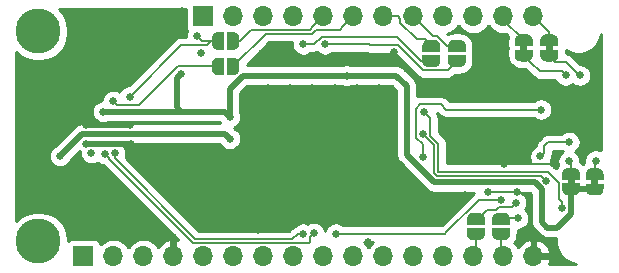
<source format=gbr>
G04 #@! TF.GenerationSoftware,KiCad,Pcbnew,(5.1.4)-1*
G04 #@! TF.CreationDate,2020-01-22T17:25:58-05:00*
G04 #@! TF.ProjectId,Feather-SAM-M8Q-GPS,46656174-6865-4722-9d53-414d2d4d3851,rev?*
G04 #@! TF.SameCoordinates,Original*
G04 #@! TF.FileFunction,Copper,L2,Bot*
G04 #@! TF.FilePolarity,Positive*
%FSLAX46Y46*%
G04 Gerber Fmt 4.6, Leading zero omitted, Abs format (unit mm)*
G04 Created by KiCad (PCBNEW (5.1.4)-1) date 2020-01-22 17:25:58*
%MOMM*%
%LPD*%
G04 APERTURE LIST*
%ADD10C,0.100000*%
%ADD11C,0.500000*%
%ADD12O,1.700000X1.700000*%
%ADD13R,1.700000X1.700000*%
%ADD14C,3.800000*%
%ADD15C,0.660400*%
%ADD16C,0.508000*%
%ADD17C,0.152400*%
%ADD18C,0.254000*%
G04 APERTURE END LIST*
D10*
G36*
X130266720Y-59513660D02*
G01*
X130266720Y-60013660D01*
X129666720Y-60013660D01*
X129666720Y-59513660D01*
X130266720Y-59513660D01*
G37*
G36*
X132425720Y-59513660D02*
G01*
X132425720Y-60013660D01*
X131825720Y-60013660D01*
X131825720Y-59513660D01*
X132425720Y-59513660D01*
G37*
G36*
X133674840Y-71326580D02*
G01*
X133674840Y-70826580D01*
X134274840Y-70826580D01*
X134274840Y-71326580D01*
X133674840Y-71326580D01*
G37*
G36*
X135666200Y-71344600D02*
G01*
X135666200Y-70844600D01*
X136266200Y-70844600D01*
X136266200Y-71344600D01*
X135666200Y-71344600D01*
G37*
D11*
X104069120Y-59161680D03*
D10*
G36*
X104069120Y-59911078D02*
G01*
X104044586Y-59911078D01*
X103995755Y-59906268D01*
X103947630Y-59896696D01*
X103900675Y-59882452D01*
X103855342Y-59863675D01*
X103812069Y-59840544D01*
X103771270Y-59813284D01*
X103733341Y-59782156D01*
X103698644Y-59747459D01*
X103667516Y-59709530D01*
X103640256Y-59668731D01*
X103617125Y-59625458D01*
X103598348Y-59580125D01*
X103584104Y-59533170D01*
X103574532Y-59485045D01*
X103569722Y-59436214D01*
X103569722Y-59411680D01*
X103569120Y-59411680D01*
X103569120Y-58911680D01*
X103569722Y-58911680D01*
X103569722Y-58887146D01*
X103574532Y-58838315D01*
X103584104Y-58790190D01*
X103598348Y-58743235D01*
X103617125Y-58697902D01*
X103640256Y-58654629D01*
X103667516Y-58613830D01*
X103698644Y-58575901D01*
X103733341Y-58541204D01*
X103771270Y-58510076D01*
X103812069Y-58482816D01*
X103855342Y-58459685D01*
X103900675Y-58440908D01*
X103947630Y-58426664D01*
X103995755Y-58417092D01*
X104044586Y-58412282D01*
X104069120Y-58412282D01*
X104069120Y-58411680D01*
X104569120Y-58411680D01*
X104569120Y-59911680D01*
X104069120Y-59911680D01*
X104069120Y-59911078D01*
X104069120Y-59911078D01*
G37*
D11*
X105369120Y-59161680D03*
D10*
G36*
X104869120Y-58411680D02*
G01*
X105369120Y-58411680D01*
X105369120Y-58412282D01*
X105393654Y-58412282D01*
X105442485Y-58417092D01*
X105490610Y-58426664D01*
X105537565Y-58440908D01*
X105582898Y-58459685D01*
X105626171Y-58482816D01*
X105666970Y-58510076D01*
X105704899Y-58541204D01*
X105739596Y-58575901D01*
X105770724Y-58613830D01*
X105797984Y-58654629D01*
X105821115Y-58697902D01*
X105839892Y-58743235D01*
X105854136Y-58790190D01*
X105863708Y-58838315D01*
X105868518Y-58887146D01*
X105868518Y-58911680D01*
X105869120Y-58911680D01*
X105869120Y-59411680D01*
X105868518Y-59411680D01*
X105868518Y-59436214D01*
X105863708Y-59485045D01*
X105854136Y-59533170D01*
X105839892Y-59580125D01*
X105821115Y-59625458D01*
X105797984Y-59668731D01*
X105770724Y-59709530D01*
X105739596Y-59747459D01*
X105704899Y-59782156D01*
X105666970Y-59813284D01*
X105626171Y-59840544D01*
X105582898Y-59863675D01*
X105537565Y-59882452D01*
X105490610Y-59896696D01*
X105442485Y-59906268D01*
X105393654Y-59911078D01*
X105369120Y-59911078D01*
X105369120Y-59911680D01*
X104869120Y-59911680D01*
X104869120Y-58411680D01*
X104869120Y-58411680D01*
G37*
D11*
X124307600Y-60883560D03*
D10*
G36*
X125056998Y-60883560D02*
G01*
X125056998Y-60908094D01*
X125052188Y-60956925D01*
X125042616Y-61005050D01*
X125028372Y-61052005D01*
X125009595Y-61097338D01*
X124986464Y-61140611D01*
X124959204Y-61181410D01*
X124928076Y-61219339D01*
X124893379Y-61254036D01*
X124855450Y-61285164D01*
X124814651Y-61312424D01*
X124771378Y-61335555D01*
X124726045Y-61354332D01*
X124679090Y-61368576D01*
X124630965Y-61378148D01*
X124582134Y-61382958D01*
X124557600Y-61382958D01*
X124557600Y-61383560D01*
X124057600Y-61383560D01*
X124057600Y-61382958D01*
X124033066Y-61382958D01*
X123984235Y-61378148D01*
X123936110Y-61368576D01*
X123889155Y-61354332D01*
X123843822Y-61335555D01*
X123800549Y-61312424D01*
X123759750Y-61285164D01*
X123721821Y-61254036D01*
X123687124Y-61219339D01*
X123655996Y-61181410D01*
X123628736Y-61140611D01*
X123605605Y-61097338D01*
X123586828Y-61052005D01*
X123572584Y-61005050D01*
X123563012Y-60956925D01*
X123558202Y-60908094D01*
X123558202Y-60883560D01*
X123557600Y-60883560D01*
X123557600Y-60383560D01*
X125057600Y-60383560D01*
X125057600Y-60883560D01*
X125056998Y-60883560D01*
X125056998Y-60883560D01*
G37*
D11*
X124307600Y-59583560D03*
D10*
G36*
X123557600Y-60083560D02*
G01*
X123557600Y-59583560D01*
X123558202Y-59583560D01*
X123558202Y-59559026D01*
X123563012Y-59510195D01*
X123572584Y-59462070D01*
X123586828Y-59415115D01*
X123605605Y-59369782D01*
X123628736Y-59326509D01*
X123655996Y-59285710D01*
X123687124Y-59247781D01*
X123721821Y-59213084D01*
X123759750Y-59181956D01*
X123800549Y-59154696D01*
X123843822Y-59131565D01*
X123889155Y-59112788D01*
X123936110Y-59098544D01*
X123984235Y-59088972D01*
X124033066Y-59084162D01*
X124057600Y-59084162D01*
X124057600Y-59083560D01*
X124557600Y-59083560D01*
X124557600Y-59084162D01*
X124582134Y-59084162D01*
X124630965Y-59088972D01*
X124679090Y-59098544D01*
X124726045Y-59112788D01*
X124771378Y-59131565D01*
X124814651Y-59154696D01*
X124855450Y-59181956D01*
X124893379Y-59213084D01*
X124928076Y-59247781D01*
X124959204Y-59285710D01*
X124986464Y-59326509D01*
X125009595Y-59369782D01*
X125028372Y-59415115D01*
X125042616Y-59462070D01*
X125052188Y-59510195D01*
X125056998Y-59559026D01*
X125056998Y-59583560D01*
X125057600Y-59583560D01*
X125057600Y-60083560D01*
X123557600Y-60083560D01*
X123557600Y-60083560D01*
G37*
D11*
X122133360Y-60883560D03*
D10*
G36*
X122882758Y-60883560D02*
G01*
X122882758Y-60908094D01*
X122877948Y-60956925D01*
X122868376Y-61005050D01*
X122854132Y-61052005D01*
X122835355Y-61097338D01*
X122812224Y-61140611D01*
X122784964Y-61181410D01*
X122753836Y-61219339D01*
X122719139Y-61254036D01*
X122681210Y-61285164D01*
X122640411Y-61312424D01*
X122597138Y-61335555D01*
X122551805Y-61354332D01*
X122504850Y-61368576D01*
X122456725Y-61378148D01*
X122407894Y-61382958D01*
X122383360Y-61382958D01*
X122383360Y-61383560D01*
X121883360Y-61383560D01*
X121883360Y-61382958D01*
X121858826Y-61382958D01*
X121809995Y-61378148D01*
X121761870Y-61368576D01*
X121714915Y-61354332D01*
X121669582Y-61335555D01*
X121626309Y-61312424D01*
X121585510Y-61285164D01*
X121547581Y-61254036D01*
X121512884Y-61219339D01*
X121481756Y-61181410D01*
X121454496Y-61140611D01*
X121431365Y-61097338D01*
X121412588Y-61052005D01*
X121398344Y-61005050D01*
X121388772Y-60956925D01*
X121383962Y-60908094D01*
X121383962Y-60883560D01*
X121383360Y-60883560D01*
X121383360Y-60383560D01*
X122883360Y-60383560D01*
X122883360Y-60883560D01*
X122882758Y-60883560D01*
X122882758Y-60883560D01*
G37*
D11*
X122133360Y-59583560D03*
D10*
G36*
X121383360Y-60083560D02*
G01*
X121383360Y-59583560D01*
X121383962Y-59583560D01*
X121383962Y-59559026D01*
X121388772Y-59510195D01*
X121398344Y-59462070D01*
X121412588Y-59415115D01*
X121431365Y-59369782D01*
X121454496Y-59326509D01*
X121481756Y-59285710D01*
X121512884Y-59247781D01*
X121547581Y-59213084D01*
X121585510Y-59181956D01*
X121626309Y-59154696D01*
X121669582Y-59131565D01*
X121714915Y-59112788D01*
X121761870Y-59098544D01*
X121809995Y-59088972D01*
X121858826Y-59084162D01*
X121883360Y-59084162D01*
X121883360Y-59083560D01*
X122383360Y-59083560D01*
X122383360Y-59084162D01*
X122407894Y-59084162D01*
X122456725Y-59088972D01*
X122504850Y-59098544D01*
X122551805Y-59112788D01*
X122597138Y-59131565D01*
X122640411Y-59154696D01*
X122681210Y-59181956D01*
X122719139Y-59213084D01*
X122753836Y-59247781D01*
X122784964Y-59285710D01*
X122812224Y-59326509D01*
X122835355Y-59369782D01*
X122854132Y-59415115D01*
X122868376Y-59462070D01*
X122877948Y-59510195D01*
X122882758Y-59559026D01*
X122882758Y-59583560D01*
X122883360Y-59583560D01*
X122883360Y-60083560D01*
X121383360Y-60083560D01*
X121383360Y-60083560D01*
G37*
D11*
X105369120Y-61325760D03*
D10*
G36*
X105369120Y-60576362D02*
G01*
X105393654Y-60576362D01*
X105442485Y-60581172D01*
X105490610Y-60590744D01*
X105537565Y-60604988D01*
X105582898Y-60623765D01*
X105626171Y-60646896D01*
X105666970Y-60674156D01*
X105704899Y-60705284D01*
X105739596Y-60739981D01*
X105770724Y-60777910D01*
X105797984Y-60818709D01*
X105821115Y-60861982D01*
X105839892Y-60907315D01*
X105854136Y-60954270D01*
X105863708Y-61002395D01*
X105868518Y-61051226D01*
X105868518Y-61075760D01*
X105869120Y-61075760D01*
X105869120Y-61575760D01*
X105868518Y-61575760D01*
X105868518Y-61600294D01*
X105863708Y-61649125D01*
X105854136Y-61697250D01*
X105839892Y-61744205D01*
X105821115Y-61789538D01*
X105797984Y-61832811D01*
X105770724Y-61873610D01*
X105739596Y-61911539D01*
X105704899Y-61946236D01*
X105666970Y-61977364D01*
X105626171Y-62004624D01*
X105582898Y-62027755D01*
X105537565Y-62046532D01*
X105490610Y-62060776D01*
X105442485Y-62070348D01*
X105393654Y-62075158D01*
X105369120Y-62075158D01*
X105369120Y-62075760D01*
X104869120Y-62075760D01*
X104869120Y-60575760D01*
X105369120Y-60575760D01*
X105369120Y-60576362D01*
X105369120Y-60576362D01*
G37*
D11*
X104069120Y-61325760D03*
D10*
G36*
X104569120Y-62075760D02*
G01*
X104069120Y-62075760D01*
X104069120Y-62075158D01*
X104044586Y-62075158D01*
X103995755Y-62070348D01*
X103947630Y-62060776D01*
X103900675Y-62046532D01*
X103855342Y-62027755D01*
X103812069Y-62004624D01*
X103771270Y-61977364D01*
X103733341Y-61946236D01*
X103698644Y-61911539D01*
X103667516Y-61873610D01*
X103640256Y-61832811D01*
X103617125Y-61789538D01*
X103598348Y-61744205D01*
X103584104Y-61697250D01*
X103574532Y-61649125D01*
X103569722Y-61600294D01*
X103569722Y-61575760D01*
X103569120Y-61575760D01*
X103569120Y-61075760D01*
X103569722Y-61075760D01*
X103569722Y-61051226D01*
X103574532Y-61002395D01*
X103584104Y-60954270D01*
X103598348Y-60907315D01*
X103617125Y-60861982D01*
X103640256Y-60818709D01*
X103667516Y-60777910D01*
X103698644Y-60739981D01*
X103733341Y-60705284D01*
X103771270Y-60674156D01*
X103812069Y-60646896D01*
X103855342Y-60623765D01*
X103900675Y-60604988D01*
X103947630Y-60590744D01*
X103995755Y-60581172D01*
X104044586Y-60576362D01*
X104069120Y-60576362D01*
X104069120Y-60575760D01*
X104569120Y-60575760D01*
X104569120Y-62075760D01*
X104569120Y-62075760D01*
G37*
D12*
X130784600Y-77419200D03*
X128244600Y-77419200D03*
X125704600Y-77419200D03*
X123164600Y-77419200D03*
X120624600Y-77419200D03*
X118084600Y-77419200D03*
X115544600Y-77419200D03*
X113004600Y-77419200D03*
X110464600Y-77419200D03*
X107924600Y-77419200D03*
X105384600Y-77419200D03*
X102844600Y-77419200D03*
X100304600Y-77419200D03*
X97764600Y-77419200D03*
X95224600Y-77419200D03*
D13*
X92684600Y-77419200D03*
D12*
X130784600Y-57099200D03*
X128244600Y-57099200D03*
X125704600Y-57099200D03*
X123164600Y-57099200D03*
X120624600Y-57099200D03*
X118084600Y-57099200D03*
X115544600Y-57099200D03*
X113004600Y-57099200D03*
X110464600Y-57099200D03*
X107924600Y-57099200D03*
X105384600Y-57099200D03*
D13*
X102844600Y-57099200D03*
D11*
X129966720Y-60413660D03*
D10*
G36*
X130716720Y-59913660D02*
G01*
X130716720Y-60413660D01*
X130716118Y-60413660D01*
X130716118Y-60438194D01*
X130711308Y-60487025D01*
X130701736Y-60535150D01*
X130687492Y-60582105D01*
X130668715Y-60627438D01*
X130645584Y-60670711D01*
X130618324Y-60711510D01*
X130587196Y-60749439D01*
X130552499Y-60784136D01*
X130514570Y-60815264D01*
X130473771Y-60842524D01*
X130430498Y-60865655D01*
X130385165Y-60884432D01*
X130338210Y-60898676D01*
X130290085Y-60908248D01*
X130241254Y-60913058D01*
X130216720Y-60913058D01*
X130216720Y-60913660D01*
X129716720Y-60913660D01*
X129716720Y-60913058D01*
X129692186Y-60913058D01*
X129643355Y-60908248D01*
X129595230Y-60898676D01*
X129548275Y-60884432D01*
X129502942Y-60865655D01*
X129459669Y-60842524D01*
X129418870Y-60815264D01*
X129380941Y-60784136D01*
X129346244Y-60749439D01*
X129315116Y-60711510D01*
X129287856Y-60670711D01*
X129264725Y-60627438D01*
X129245948Y-60582105D01*
X129231704Y-60535150D01*
X129222132Y-60487025D01*
X129217322Y-60438194D01*
X129217322Y-60413660D01*
X129216720Y-60413660D01*
X129216720Y-59913660D01*
X130716720Y-59913660D01*
X130716720Y-59913660D01*
G37*
D11*
X129966720Y-59113660D03*
D10*
G36*
X129217322Y-59113660D02*
G01*
X129217322Y-59089126D01*
X129222132Y-59040295D01*
X129231704Y-58992170D01*
X129245948Y-58945215D01*
X129264725Y-58899882D01*
X129287856Y-58856609D01*
X129315116Y-58815810D01*
X129346244Y-58777881D01*
X129380941Y-58743184D01*
X129418870Y-58712056D01*
X129459669Y-58684796D01*
X129502942Y-58661665D01*
X129548275Y-58642888D01*
X129595230Y-58628644D01*
X129643355Y-58619072D01*
X129692186Y-58614262D01*
X129716720Y-58614262D01*
X129716720Y-58613660D01*
X130216720Y-58613660D01*
X130216720Y-58614262D01*
X130241254Y-58614262D01*
X130290085Y-58619072D01*
X130338210Y-58628644D01*
X130385165Y-58642888D01*
X130430498Y-58661665D01*
X130473771Y-58684796D01*
X130514570Y-58712056D01*
X130552499Y-58743184D01*
X130587196Y-58777881D01*
X130618324Y-58815810D01*
X130645584Y-58856609D01*
X130668715Y-58899882D01*
X130687492Y-58945215D01*
X130701736Y-58992170D01*
X130711308Y-59040295D01*
X130716118Y-59089126D01*
X130716118Y-59113660D01*
X130716720Y-59113660D01*
X130716720Y-59613660D01*
X129216720Y-59613660D01*
X129216720Y-59113660D01*
X129217322Y-59113660D01*
X129217322Y-59113660D01*
G37*
D11*
X132125720Y-60413660D03*
D10*
G36*
X132875720Y-59913660D02*
G01*
X132875720Y-60413660D01*
X132875118Y-60413660D01*
X132875118Y-60438194D01*
X132870308Y-60487025D01*
X132860736Y-60535150D01*
X132846492Y-60582105D01*
X132827715Y-60627438D01*
X132804584Y-60670711D01*
X132777324Y-60711510D01*
X132746196Y-60749439D01*
X132711499Y-60784136D01*
X132673570Y-60815264D01*
X132632771Y-60842524D01*
X132589498Y-60865655D01*
X132544165Y-60884432D01*
X132497210Y-60898676D01*
X132449085Y-60908248D01*
X132400254Y-60913058D01*
X132375720Y-60913058D01*
X132375720Y-60913660D01*
X131875720Y-60913660D01*
X131875720Y-60913058D01*
X131851186Y-60913058D01*
X131802355Y-60908248D01*
X131754230Y-60898676D01*
X131707275Y-60884432D01*
X131661942Y-60865655D01*
X131618669Y-60842524D01*
X131577870Y-60815264D01*
X131539941Y-60784136D01*
X131505244Y-60749439D01*
X131474116Y-60711510D01*
X131446856Y-60670711D01*
X131423725Y-60627438D01*
X131404948Y-60582105D01*
X131390704Y-60535150D01*
X131381132Y-60487025D01*
X131376322Y-60438194D01*
X131376322Y-60413660D01*
X131375720Y-60413660D01*
X131375720Y-59913660D01*
X132875720Y-59913660D01*
X132875720Y-59913660D01*
G37*
D11*
X132125720Y-59113660D03*
D10*
G36*
X131376322Y-59113660D02*
G01*
X131376322Y-59089126D01*
X131381132Y-59040295D01*
X131390704Y-58992170D01*
X131404948Y-58945215D01*
X131423725Y-58899882D01*
X131446856Y-58856609D01*
X131474116Y-58815810D01*
X131505244Y-58777881D01*
X131539941Y-58743184D01*
X131577870Y-58712056D01*
X131618669Y-58684796D01*
X131661942Y-58661665D01*
X131707275Y-58642888D01*
X131754230Y-58628644D01*
X131802355Y-58619072D01*
X131851186Y-58614262D01*
X131875720Y-58614262D01*
X131875720Y-58613660D01*
X132375720Y-58613660D01*
X132375720Y-58614262D01*
X132400254Y-58614262D01*
X132449085Y-58619072D01*
X132497210Y-58628644D01*
X132544165Y-58642888D01*
X132589498Y-58661665D01*
X132632771Y-58684796D01*
X132673570Y-58712056D01*
X132711499Y-58743184D01*
X132746196Y-58777881D01*
X132777324Y-58815810D01*
X132804584Y-58856609D01*
X132827715Y-58899882D01*
X132846492Y-58945215D01*
X132860736Y-58992170D01*
X132870308Y-59040295D01*
X132875118Y-59089126D01*
X132875118Y-59113660D01*
X132875720Y-59113660D01*
X132875720Y-59613660D01*
X131375720Y-59613660D01*
X131375720Y-59113660D01*
X131376322Y-59113660D01*
X131376322Y-59113660D01*
G37*
D14*
X88874600Y-58369200D03*
X88874600Y-76149200D03*
D11*
X125917960Y-74229200D03*
D10*
G36*
X125167960Y-74729200D02*
G01*
X125167960Y-74229200D01*
X125168562Y-74229200D01*
X125168562Y-74204666D01*
X125173372Y-74155835D01*
X125182944Y-74107710D01*
X125197188Y-74060755D01*
X125215965Y-74015422D01*
X125239096Y-73972149D01*
X125266356Y-73931350D01*
X125297484Y-73893421D01*
X125332181Y-73858724D01*
X125370110Y-73827596D01*
X125410909Y-73800336D01*
X125454182Y-73777205D01*
X125499515Y-73758428D01*
X125546470Y-73744184D01*
X125594595Y-73734612D01*
X125643426Y-73729802D01*
X125667960Y-73729802D01*
X125667960Y-73729200D01*
X126167960Y-73729200D01*
X126167960Y-73729802D01*
X126192494Y-73729802D01*
X126241325Y-73734612D01*
X126289450Y-73744184D01*
X126336405Y-73758428D01*
X126381738Y-73777205D01*
X126425011Y-73800336D01*
X126465810Y-73827596D01*
X126503739Y-73858724D01*
X126538436Y-73893421D01*
X126569564Y-73931350D01*
X126596824Y-73972149D01*
X126619955Y-74015422D01*
X126638732Y-74060755D01*
X126652976Y-74107710D01*
X126662548Y-74155835D01*
X126667358Y-74204666D01*
X126667358Y-74229200D01*
X126667960Y-74229200D01*
X126667960Y-74729200D01*
X125167960Y-74729200D01*
X125167960Y-74729200D01*
G37*
D11*
X125917960Y-75529200D03*
D10*
G36*
X126667358Y-75529200D02*
G01*
X126667358Y-75553734D01*
X126662548Y-75602565D01*
X126652976Y-75650690D01*
X126638732Y-75697645D01*
X126619955Y-75742978D01*
X126596824Y-75786251D01*
X126569564Y-75827050D01*
X126538436Y-75864979D01*
X126503739Y-75899676D01*
X126465810Y-75930804D01*
X126425011Y-75958064D01*
X126381738Y-75981195D01*
X126336405Y-75999972D01*
X126289450Y-76014216D01*
X126241325Y-76023788D01*
X126192494Y-76028598D01*
X126167960Y-76028598D01*
X126167960Y-76029200D01*
X125667960Y-76029200D01*
X125667960Y-76028598D01*
X125643426Y-76028598D01*
X125594595Y-76023788D01*
X125546470Y-76014216D01*
X125499515Y-75999972D01*
X125454182Y-75981195D01*
X125410909Y-75958064D01*
X125370110Y-75930804D01*
X125332181Y-75899676D01*
X125297484Y-75864979D01*
X125266356Y-75827050D01*
X125239096Y-75786251D01*
X125215965Y-75742978D01*
X125197188Y-75697645D01*
X125182944Y-75650690D01*
X125173372Y-75602565D01*
X125168562Y-75553734D01*
X125168562Y-75529200D01*
X125167960Y-75529200D01*
X125167960Y-75029200D01*
X126667960Y-75029200D01*
X126667960Y-75529200D01*
X126667358Y-75529200D01*
X126667358Y-75529200D01*
G37*
D11*
X128046480Y-74229200D03*
D10*
G36*
X127296480Y-74729200D02*
G01*
X127296480Y-74229200D01*
X127297082Y-74229200D01*
X127297082Y-74204666D01*
X127301892Y-74155835D01*
X127311464Y-74107710D01*
X127325708Y-74060755D01*
X127344485Y-74015422D01*
X127367616Y-73972149D01*
X127394876Y-73931350D01*
X127426004Y-73893421D01*
X127460701Y-73858724D01*
X127498630Y-73827596D01*
X127539429Y-73800336D01*
X127582702Y-73777205D01*
X127628035Y-73758428D01*
X127674990Y-73744184D01*
X127723115Y-73734612D01*
X127771946Y-73729802D01*
X127796480Y-73729802D01*
X127796480Y-73729200D01*
X128296480Y-73729200D01*
X128296480Y-73729802D01*
X128321014Y-73729802D01*
X128369845Y-73734612D01*
X128417970Y-73744184D01*
X128464925Y-73758428D01*
X128510258Y-73777205D01*
X128553531Y-73800336D01*
X128594330Y-73827596D01*
X128632259Y-73858724D01*
X128666956Y-73893421D01*
X128698084Y-73931350D01*
X128725344Y-73972149D01*
X128748475Y-74015422D01*
X128767252Y-74060755D01*
X128781496Y-74107710D01*
X128791068Y-74155835D01*
X128795878Y-74204666D01*
X128795878Y-74229200D01*
X128796480Y-74229200D01*
X128796480Y-74729200D01*
X127296480Y-74729200D01*
X127296480Y-74729200D01*
G37*
D11*
X128046480Y-75529200D03*
D10*
G36*
X128795878Y-75529200D02*
G01*
X128795878Y-75553734D01*
X128791068Y-75602565D01*
X128781496Y-75650690D01*
X128767252Y-75697645D01*
X128748475Y-75742978D01*
X128725344Y-75786251D01*
X128698084Y-75827050D01*
X128666956Y-75864979D01*
X128632259Y-75899676D01*
X128594330Y-75930804D01*
X128553531Y-75958064D01*
X128510258Y-75981195D01*
X128464925Y-75999972D01*
X128417970Y-76014216D01*
X128369845Y-76023788D01*
X128321014Y-76028598D01*
X128296480Y-76028598D01*
X128296480Y-76029200D01*
X127796480Y-76029200D01*
X127796480Y-76028598D01*
X127771946Y-76028598D01*
X127723115Y-76023788D01*
X127674990Y-76014216D01*
X127628035Y-75999972D01*
X127582702Y-75981195D01*
X127539429Y-75958064D01*
X127498630Y-75930804D01*
X127460701Y-75899676D01*
X127426004Y-75864979D01*
X127394876Y-75827050D01*
X127367616Y-75786251D01*
X127344485Y-75742978D01*
X127325708Y-75697645D01*
X127311464Y-75650690D01*
X127301892Y-75602565D01*
X127297082Y-75553734D01*
X127297082Y-75529200D01*
X127296480Y-75529200D01*
X127296480Y-75029200D01*
X128796480Y-75029200D01*
X128796480Y-75529200D01*
X128795878Y-75529200D01*
X128795878Y-75529200D01*
G37*
D11*
X133974840Y-70426580D03*
D10*
G36*
X133224840Y-70926580D02*
G01*
X133224840Y-70426580D01*
X133225442Y-70426580D01*
X133225442Y-70402046D01*
X133230252Y-70353215D01*
X133239824Y-70305090D01*
X133254068Y-70258135D01*
X133272845Y-70212802D01*
X133295976Y-70169529D01*
X133323236Y-70128730D01*
X133354364Y-70090801D01*
X133389061Y-70056104D01*
X133426990Y-70024976D01*
X133467789Y-69997716D01*
X133511062Y-69974585D01*
X133556395Y-69955808D01*
X133603350Y-69941564D01*
X133651475Y-69931992D01*
X133700306Y-69927182D01*
X133724840Y-69927182D01*
X133724840Y-69926580D01*
X134224840Y-69926580D01*
X134224840Y-69927182D01*
X134249374Y-69927182D01*
X134298205Y-69931992D01*
X134346330Y-69941564D01*
X134393285Y-69955808D01*
X134438618Y-69974585D01*
X134481891Y-69997716D01*
X134522690Y-70024976D01*
X134560619Y-70056104D01*
X134595316Y-70090801D01*
X134626444Y-70128730D01*
X134653704Y-70169529D01*
X134676835Y-70212802D01*
X134695612Y-70258135D01*
X134709856Y-70305090D01*
X134719428Y-70353215D01*
X134724238Y-70402046D01*
X134724238Y-70426580D01*
X134724840Y-70426580D01*
X134724840Y-70926580D01*
X133224840Y-70926580D01*
X133224840Y-70926580D01*
G37*
D11*
X133974840Y-71726580D03*
D10*
G36*
X134724238Y-71726580D02*
G01*
X134724238Y-71751114D01*
X134719428Y-71799945D01*
X134709856Y-71848070D01*
X134695612Y-71895025D01*
X134676835Y-71940358D01*
X134653704Y-71983631D01*
X134626444Y-72024430D01*
X134595316Y-72062359D01*
X134560619Y-72097056D01*
X134522690Y-72128184D01*
X134481891Y-72155444D01*
X134438618Y-72178575D01*
X134393285Y-72197352D01*
X134346330Y-72211596D01*
X134298205Y-72221168D01*
X134249374Y-72225978D01*
X134224840Y-72225978D01*
X134224840Y-72226580D01*
X133724840Y-72226580D01*
X133724840Y-72225978D01*
X133700306Y-72225978D01*
X133651475Y-72221168D01*
X133603350Y-72211596D01*
X133556395Y-72197352D01*
X133511062Y-72178575D01*
X133467789Y-72155444D01*
X133426990Y-72128184D01*
X133389061Y-72097056D01*
X133354364Y-72062359D01*
X133323236Y-72024430D01*
X133295976Y-71983631D01*
X133272845Y-71940358D01*
X133254068Y-71895025D01*
X133239824Y-71848070D01*
X133230252Y-71799945D01*
X133225442Y-71751114D01*
X133225442Y-71726580D01*
X133224840Y-71726580D01*
X133224840Y-71226580D01*
X134724840Y-71226580D01*
X134724840Y-71726580D01*
X134724238Y-71726580D01*
X134724238Y-71726580D01*
G37*
D11*
X135966200Y-70444600D03*
D10*
G36*
X135216200Y-70944600D02*
G01*
X135216200Y-70444600D01*
X135216802Y-70444600D01*
X135216802Y-70420066D01*
X135221612Y-70371235D01*
X135231184Y-70323110D01*
X135245428Y-70276155D01*
X135264205Y-70230822D01*
X135287336Y-70187549D01*
X135314596Y-70146750D01*
X135345724Y-70108821D01*
X135380421Y-70074124D01*
X135418350Y-70042996D01*
X135459149Y-70015736D01*
X135502422Y-69992605D01*
X135547755Y-69973828D01*
X135594710Y-69959584D01*
X135642835Y-69950012D01*
X135691666Y-69945202D01*
X135716200Y-69945202D01*
X135716200Y-69944600D01*
X136216200Y-69944600D01*
X136216200Y-69945202D01*
X136240734Y-69945202D01*
X136289565Y-69950012D01*
X136337690Y-69959584D01*
X136384645Y-69973828D01*
X136429978Y-69992605D01*
X136473251Y-70015736D01*
X136514050Y-70042996D01*
X136551979Y-70074124D01*
X136586676Y-70108821D01*
X136617804Y-70146750D01*
X136645064Y-70187549D01*
X136668195Y-70230822D01*
X136686972Y-70276155D01*
X136701216Y-70323110D01*
X136710788Y-70371235D01*
X136715598Y-70420066D01*
X136715598Y-70444600D01*
X136716200Y-70444600D01*
X136716200Y-70944600D01*
X135216200Y-70944600D01*
X135216200Y-70944600D01*
G37*
D11*
X135966200Y-71744600D03*
D10*
G36*
X136715598Y-71744600D02*
G01*
X136715598Y-71769134D01*
X136710788Y-71817965D01*
X136701216Y-71866090D01*
X136686972Y-71913045D01*
X136668195Y-71958378D01*
X136645064Y-72001651D01*
X136617804Y-72042450D01*
X136586676Y-72080379D01*
X136551979Y-72115076D01*
X136514050Y-72146204D01*
X136473251Y-72173464D01*
X136429978Y-72196595D01*
X136384645Y-72215372D01*
X136337690Y-72229616D01*
X136289565Y-72239188D01*
X136240734Y-72243998D01*
X136216200Y-72243998D01*
X136216200Y-72244600D01*
X135716200Y-72244600D01*
X135716200Y-72243998D01*
X135691666Y-72243998D01*
X135642835Y-72239188D01*
X135594710Y-72229616D01*
X135547755Y-72215372D01*
X135502422Y-72196595D01*
X135459149Y-72173464D01*
X135418350Y-72146204D01*
X135380421Y-72115076D01*
X135345724Y-72080379D01*
X135314596Y-72042450D01*
X135287336Y-72001651D01*
X135264205Y-71958378D01*
X135245428Y-71913045D01*
X135231184Y-71866090D01*
X135221612Y-71817965D01*
X135216802Y-71769134D01*
X135216802Y-71744600D01*
X135216200Y-71744600D01*
X135216200Y-71244600D01*
X136716200Y-71244600D01*
X136716200Y-71744600D01*
X136715598Y-71744600D01*
X136715598Y-71744600D01*
G37*
D15*
X108315760Y-63162180D03*
X110195360Y-63162180D03*
X112074960Y-63162180D03*
X113954560Y-63162180D03*
X115834160Y-63162180D03*
X117713760Y-63162180D03*
X108315760Y-64625220D03*
X108315760Y-66494660D03*
X108315760Y-68364100D03*
X108315760Y-70233540D03*
X108315760Y-72102980D03*
X117713760Y-64625220D03*
X117713760Y-66494660D03*
X117713760Y-68364100D03*
X117713760Y-70233540D03*
X117713760Y-72102980D03*
X110195360Y-72102980D03*
X112074960Y-72102980D03*
X113954560Y-72102980D03*
X115834160Y-72102980D03*
X110195360Y-64625220D03*
X110195360Y-66494660D03*
X110195360Y-68364100D03*
X110195360Y-70233540D03*
X112074960Y-70233540D03*
X112074960Y-68364100D03*
X112074960Y-66494660D03*
X112074960Y-64625220D03*
X113954560Y-64625220D03*
X113954560Y-66494660D03*
X113954560Y-68364100D03*
X113954560Y-70233540D03*
X115834160Y-70233540D03*
X115834160Y-68364100D03*
X115834160Y-66494660D03*
X115834160Y-64625220D03*
X100258880Y-75768200D03*
X132613400Y-77398880D03*
X87416640Y-70170040D03*
X129357120Y-71953120D03*
X126918720Y-71963280D03*
X128290320Y-69580760D03*
X92867480Y-67873880D03*
X96672400Y-67873880D03*
X96657160Y-66248280D03*
X92867480Y-66248280D03*
X107843320Y-60228480D03*
X119014240Y-60147200D03*
X107492800Y-75189080D03*
X116768880Y-76210160D03*
X123063000Y-65963800D03*
X123799600Y-69240400D03*
X124968000Y-72237600D03*
X121666000Y-72263000D03*
X122885200Y-74396600D03*
X118668800Y-74472800D03*
X119862600Y-73126600D03*
X120777000Y-74498200D03*
X125806200Y-69138800D03*
X129895600Y-68961000D03*
X124866400Y-66294000D03*
X128447800Y-66370200D03*
X131013200Y-66598800D03*
X136194800Y-61950600D03*
X136321800Y-59664600D03*
X134543800Y-60579000D03*
X126034800Y-58928000D03*
X128092200Y-59029600D03*
X126111000Y-61087000D03*
X128193800Y-61036200D03*
X121589800Y-62687200D03*
X123393200Y-63525400D03*
X125501400Y-63906400D03*
X128473200Y-63957200D03*
X131191000Y-63804800D03*
X129717800Y-62331600D03*
X101041200Y-56667400D03*
X98298000Y-56692800D03*
X95072200Y-56692800D03*
X91440000Y-56718200D03*
X91389200Y-60325000D03*
X91363800Y-66598800D03*
X91262200Y-63373000D03*
X87503000Y-61290200D03*
X87655400Y-63347600D03*
X87680800Y-65989200D03*
X87630000Y-68986400D03*
X92176600Y-69469000D03*
X92583000Y-71424800D03*
X93218000Y-73380600D03*
X96469200Y-72999600D03*
X96520000Y-75996800D03*
X98247200Y-74574400D03*
X107492800Y-73126600D03*
X102743000Y-74930000D03*
X102870000Y-68199000D03*
X104648000Y-68707000D03*
X104648000Y-74930000D03*
X106299000Y-74930000D03*
X106299000Y-73025000D03*
X104902000Y-73025000D03*
X97663000Y-69850000D03*
X99695000Y-71882000D03*
X101346000Y-73660000D03*
X100076000Y-68199000D03*
X102362000Y-70993000D03*
X104775000Y-70993000D03*
X129540000Y-76073000D03*
X130810000Y-75819000D03*
X132334000Y-76200000D03*
X91567000Y-59309000D03*
X102616000Y-60198000D03*
X132715000Y-69723000D03*
X94361080Y-65156000D03*
X93360240Y-68666360D03*
X100944680Y-61965840D03*
X114960400Y-62113160D03*
X105069640Y-65598040D03*
X95356680Y-68691760D03*
X96591120Y-63886080D03*
X102306120Y-58760360D03*
X111277400Y-75509120D03*
X136042400Y-69306440D03*
X133781800Y-69342000D03*
X131378960Y-68955920D03*
X128031240Y-72608440D03*
X133812280Y-67741800D03*
X114056160Y-75488800D03*
X121401840Y-69021960D03*
X131429760Y-64978280D03*
X121478040Y-65151000D03*
X133172200Y-73279000D03*
X121437400Y-67076320D03*
X131876800Y-71018400D03*
X111292640Y-59446160D03*
X113136680Y-59446160D03*
X94467680Y-68717160D03*
X95199200Y-64272160D03*
X112186720Y-75458320D03*
X90703400Y-68915280D03*
X105064560Y-67442080D03*
X129463800Y-74193400D03*
X129286000Y-72872600D03*
X134716520Y-62097920D03*
X133502400Y-62077600D03*
D16*
X132593080Y-77419200D02*
X132613400Y-77398880D01*
X130784600Y-77419200D02*
X132593080Y-77419200D01*
X100304600Y-75813920D02*
X100258880Y-75768200D01*
X100304600Y-77419200D02*
X100304600Y-75813920D01*
D17*
X129346960Y-71963280D02*
X129357120Y-71953120D01*
X126918720Y-71963280D02*
X129346960Y-71963280D01*
X128290320Y-69580760D02*
X131439920Y-69580760D01*
D16*
X92867480Y-66248280D02*
X96657160Y-66248280D01*
X96672400Y-67873880D02*
X92867480Y-67873880D01*
D17*
X132715000Y-69723000D02*
X132537200Y-69723000D01*
X132394960Y-69580760D02*
X131439920Y-69580760D01*
X132537200Y-69723000D02*
X132394960Y-69580760D01*
D16*
X94361080Y-65156000D02*
X94315360Y-65156000D01*
X103312040Y-65156000D02*
X103317040Y-65151000D01*
X96154320Y-65156000D02*
X94361080Y-65156000D01*
X100614481Y-64785241D02*
X100985240Y-65156000D01*
X100614481Y-62296039D02*
X100614481Y-64785241D01*
X100944680Y-61965840D02*
X100614481Y-62296039D01*
X101737240Y-65156000D02*
X100985240Y-65156000D01*
X100985240Y-65156000D02*
X96154320Y-65156000D01*
X104627600Y-65156000D02*
X105069640Y-65598040D01*
X102941040Y-65156000D02*
X104627600Y-65156000D01*
X102941040Y-65156000D02*
X101737240Y-65156000D01*
X103312040Y-65156000D02*
X102941040Y-65156000D01*
X106177490Y-62113160D02*
X114960400Y-62113160D01*
X105069640Y-65598040D02*
X105069640Y-63221010D01*
X105069640Y-63221010D02*
X106177490Y-62113160D01*
X118557040Y-62113160D02*
X114960400Y-62113160D01*
X119156480Y-62113160D02*
X118557040Y-62113160D01*
X120050560Y-63007240D02*
X119156480Y-62113160D01*
X120050560Y-68798590D02*
X120050560Y-63007240D01*
X130878318Y-71135240D02*
X122387210Y-71135240D01*
X133974840Y-73802240D02*
X132799479Y-74977601D01*
X133974840Y-71726580D02*
X133974840Y-73802240D01*
X132799479Y-74977601D02*
X131970523Y-74977601D01*
X122387210Y-71135240D02*
X120050560Y-68798590D01*
X131970523Y-74977601D02*
X131489319Y-74496397D01*
X131489319Y-74496397D02*
X131489319Y-71746241D01*
X131489319Y-71746241D02*
X130878318Y-71135240D01*
X135948180Y-71726580D02*
X135966200Y-71744600D01*
X133974840Y-71726580D02*
X135948180Y-71726580D01*
D17*
X103469120Y-59161680D02*
X104069120Y-59161680D01*
X103106559Y-59524241D02*
X103469120Y-59161680D01*
X100952959Y-59524241D02*
X102476959Y-59524241D01*
X96591120Y-63886080D02*
X100952959Y-59524241D01*
X102476959Y-59524241D02*
X103106559Y-59524241D01*
X102707440Y-59161680D02*
X104069120Y-59161680D01*
X102306120Y-58760360D02*
X102707440Y-59161680D01*
X95318851Y-69115669D02*
X102143771Y-75940589D01*
X95356680Y-68691760D02*
X95356680Y-69077840D01*
X95356680Y-69077840D02*
X95318851Y-69115669D01*
X110378958Y-75940589D02*
X102143771Y-75940589D01*
X110810427Y-75509120D02*
X110378958Y-75940589D01*
X111277400Y-75509120D02*
X110810427Y-75509120D01*
X136103360Y-69367400D02*
X136042400Y-69306440D01*
X135966200Y-69382640D02*
X136042400Y-69306440D01*
X135966200Y-70444600D02*
X135966200Y-69382640D01*
X133974840Y-69535040D02*
X133781800Y-69342000D01*
X133974840Y-70426580D02*
X133974840Y-69535040D01*
X126194396Y-72608440D02*
X126194396Y-72608440D01*
X132039360Y-67741800D02*
X133812280Y-67741800D01*
X131709159Y-68072001D02*
X132039360Y-67741800D01*
X131378960Y-68955920D02*
X131709159Y-68625721D01*
X131709159Y-68625721D02*
X131709159Y-68072001D01*
X126194396Y-72608440D02*
X128031240Y-72608440D01*
X123314036Y-75488800D02*
X123330758Y-75472078D01*
X114056160Y-75488800D02*
X123314036Y-75488800D01*
X123330758Y-75472078D02*
X126194396Y-72608440D01*
X130743960Y-57139840D02*
X130784600Y-57099200D01*
X132125720Y-58440320D02*
X132125720Y-59113660D01*
X130784600Y-57099200D02*
X132125720Y-58440320D01*
X123403600Y-64993760D02*
X131119640Y-64993760D01*
X122954439Y-64544599D02*
X123403600Y-64993760D01*
X131135120Y-64978280D02*
X131119640Y-64993760D01*
X131429760Y-64978280D02*
X131135120Y-64978280D01*
X121186967Y-64544599D02*
X122954439Y-64544599D01*
X120830999Y-64900567D02*
X121186967Y-64544599D01*
X120830999Y-67367393D02*
X120830999Y-64900567D01*
X121401840Y-67938234D02*
X120830999Y-67367393D01*
X121401840Y-69021960D02*
X121401840Y-67938234D01*
X128584960Y-57439560D02*
X128244600Y-57099200D01*
X128244600Y-57391540D02*
X128244600Y-57099200D01*
X129966720Y-59113660D02*
X128244600Y-57391540D01*
X132948630Y-72588457D02*
X133172200Y-72812027D01*
X132948630Y-71192756D02*
X132948630Y-72588457D01*
X133172200Y-72812027D02*
X133172200Y-73279000D01*
X131997034Y-70241160D02*
X132948630Y-71192756D01*
X121478040Y-65151000D02*
X122043801Y-65716761D01*
X122043801Y-65716761D02*
X122043801Y-67184338D01*
X122043801Y-67184338D02*
X122734690Y-67875227D01*
X122741342Y-70241160D02*
X131997034Y-70241160D01*
X122734690Y-67875227D02*
X122734690Y-70131290D01*
X122734690Y-70131290D02*
X122741342Y-70137942D01*
X122741342Y-70137942D02*
X122741342Y-70241160D01*
X131463430Y-70605030D02*
X131876800Y-71018400D01*
X122606830Y-70605030D02*
X131463430Y-70605030D01*
X122382280Y-70380480D02*
X122606830Y-70605030D01*
X121437400Y-67076320D02*
X122382280Y-68021200D01*
X122382280Y-68021200D02*
X122382280Y-70380480D01*
X121285768Y-60883560D02*
X122133360Y-60883560D01*
X120863360Y-60461152D02*
X121285768Y-60883560D01*
X119241967Y-58839759D02*
X120863360Y-60461152D01*
X112845607Y-58839759D02*
X119241967Y-58839759D01*
X112239206Y-59446160D02*
X112845607Y-58839759D01*
X111292640Y-59446160D02*
X112239206Y-59446160D01*
X116890800Y-59446160D02*
X113136680Y-59446160D01*
X116985439Y-59540799D02*
X116890800Y-59446160D01*
X119337479Y-59540799D02*
X116985439Y-59540799D01*
X121456450Y-61659770D02*
X119337479Y-59540799D01*
X124307600Y-60883560D02*
X123531390Y-61659770D01*
X123531390Y-61659770D02*
X121456450Y-61659770D01*
X103469120Y-61325760D02*
X104069120Y-61325760D01*
X100687286Y-61325760D02*
X103469120Y-61325760D01*
X97387256Y-64625790D02*
X100687286Y-61325760D01*
X95552830Y-64625790D02*
X97387256Y-64625790D01*
X95199200Y-64272160D02*
X95552830Y-64625790D01*
X94843600Y-69138800D02*
X101997799Y-76292999D01*
X94467680Y-68717160D02*
X94843600Y-69093080D01*
X94843600Y-69093080D02*
X94843600Y-69138800D01*
X111856521Y-76213277D02*
X111776799Y-76292999D01*
X111856521Y-75788519D02*
X111856521Y-76213277D01*
X112186720Y-75458320D02*
X111856521Y-75788519D01*
X101997799Y-76292999D02*
X111776799Y-76292999D01*
D16*
X104654961Y-67032481D02*
X105064560Y-67442080D01*
X90703400Y-68915280D02*
X92586199Y-67032481D01*
X92586199Y-67032481D02*
X104654961Y-67032481D01*
D17*
X125917960Y-77205840D02*
X125704600Y-77419200D01*
X125917960Y-75529200D02*
X125917960Y-77205840D01*
X128046480Y-77221080D02*
X128244600Y-77419200D01*
X128046480Y-75529200D02*
X128046480Y-77221080D01*
X120624600Y-57099200D02*
X122245120Y-58719720D01*
X122613844Y-58719720D02*
X123383040Y-59488916D01*
X122245120Y-58719720D02*
X122613844Y-58719720D01*
X123460008Y-59583560D02*
X124307600Y-59583560D01*
X123383040Y-59506592D02*
X123460008Y-59583560D01*
X123383040Y-59488916D02*
X123383040Y-59506592D01*
X119286681Y-57099200D02*
X119498399Y-57310918D01*
X118084600Y-57099200D02*
X119286681Y-57099200D01*
X119498399Y-57639777D02*
X120886928Y-59028306D01*
X119498399Y-57310918D02*
X119498399Y-57639777D01*
X121578106Y-59028306D02*
X122133360Y-59583560D01*
X120886928Y-59028306D02*
X121578106Y-59028306D01*
X105369120Y-61325760D02*
X108117069Y-58577811D01*
X114694601Y-57949199D02*
X115544600Y-57099200D01*
X114418399Y-58225401D02*
X114694601Y-57949199D01*
X112376782Y-58225401D02*
X114418399Y-58225401D01*
X112024372Y-58577811D02*
X112376782Y-58225401D01*
X108117069Y-58577811D02*
X112024372Y-58577811D01*
X112154601Y-57949199D02*
X113004600Y-57099200D01*
X111878399Y-58225401D02*
X112154601Y-57949199D01*
X106905399Y-58225401D02*
X111878399Y-58225401D01*
X105969120Y-59161680D02*
X106905399Y-58225401D01*
X105369120Y-59161680D02*
X105969120Y-59161680D01*
X128082280Y-74193400D02*
X128046480Y-74229200D01*
X129463800Y-74193400D02*
X128082280Y-74193400D01*
X126090680Y-74249280D02*
X126886970Y-73452990D01*
X128955801Y-73202799D02*
X129286000Y-72872600D01*
X128943759Y-73214841D02*
X128955801Y-73202799D01*
X127876959Y-73214841D02*
X128943759Y-73214841D01*
X127638810Y-73452990D02*
X127876959Y-73214841D01*
X126886970Y-73452990D02*
X127638810Y-73452990D01*
X132196840Y-60494940D02*
X132196840Y-60406280D01*
X134386321Y-61767721D02*
X134716520Y-62097920D01*
X133557034Y-60938434D02*
X134386321Y-61767721D01*
X132650494Y-60938434D02*
X133557034Y-60938434D01*
X132125720Y-60413660D02*
X132650494Y-60938434D01*
X130491494Y-60938434D02*
X129966720Y-60413660D01*
X131300461Y-61747401D02*
X130491494Y-60938434D01*
X133172201Y-61747401D02*
X131300461Y-61747401D01*
X133502400Y-62077600D02*
X133172201Y-61747401D01*
D18*
G36*
X130600320Y-72114477D02*
G01*
X130600319Y-74452737D01*
X130596019Y-74496397D01*
X130600319Y-74540057D01*
X130600319Y-74540063D01*
X130609744Y-74635750D01*
X130613183Y-74670671D01*
X130632553Y-74734527D01*
X130664016Y-74838247D01*
X130746566Y-74992687D01*
X130857660Y-75128056D01*
X130891583Y-75155896D01*
X131311024Y-75575337D01*
X131338864Y-75609260D01*
X131474232Y-75720354D01*
X131628672Y-75802904D01*
X131694581Y-75822897D01*
X131796247Y-75853737D01*
X131829447Y-75857007D01*
X131926856Y-75866601D01*
X131926862Y-75866601D01*
X131970522Y-75870901D01*
X132014182Y-75866601D01*
X132728883Y-75866601D01*
X132709600Y-75963544D01*
X132709600Y-76334856D01*
X132782039Y-76699034D01*
X132924134Y-77042082D01*
X133130425Y-77350818D01*
X133392982Y-77613375D01*
X133701718Y-77819666D01*
X134044766Y-77961761D01*
X134383807Y-78029200D01*
X132136296Y-78029200D01*
X132226081Y-77776091D01*
X132105414Y-77546200D01*
X130911600Y-77546200D01*
X130911600Y-77566200D01*
X130657600Y-77566200D01*
X130657600Y-77546200D01*
X130637600Y-77546200D01*
X130637600Y-77292200D01*
X130657600Y-77292200D01*
X130657600Y-76099045D01*
X130911600Y-76099045D01*
X130911600Y-77292200D01*
X132105414Y-77292200D01*
X132226081Y-77062309D01*
X132128757Y-76787948D01*
X131979778Y-76537845D01*
X131784869Y-76321612D01*
X131551520Y-76147559D01*
X131288699Y-76022375D01*
X131141490Y-75977724D01*
X130911600Y-76099045D01*
X130657600Y-76099045D01*
X130427710Y-75977724D01*
X130280501Y-76022375D01*
X130017680Y-76147559D01*
X129784331Y-76321612D01*
X129589422Y-76537845D01*
X129519801Y-76654723D01*
X129485306Y-76590186D01*
X129299734Y-76364066D01*
X129168199Y-76256118D01*
X129213522Y-76200891D01*
X129267978Y-76119392D01*
X129326944Y-76009075D01*
X129364453Y-75918519D01*
X129400762Y-75798823D01*
X129419884Y-75702690D01*
X129432144Y-75578209D01*
X129432144Y-75553650D01*
X129434552Y-75529200D01*
X129434552Y-75158600D01*
X129558864Y-75158600D01*
X129745338Y-75121508D01*
X129920994Y-75048749D01*
X130079079Y-74943120D01*
X130213520Y-74808679D01*
X130319149Y-74650594D01*
X130391908Y-74474938D01*
X130429000Y-74288464D01*
X130429000Y-74098336D01*
X130391908Y-73911862D01*
X130319149Y-73736206D01*
X130213520Y-73578121D01*
X130079079Y-73443680D01*
X130069520Y-73437293D01*
X130141349Y-73329794D01*
X130214108Y-73154138D01*
X130251200Y-72967664D01*
X130251200Y-72777536D01*
X130214108Y-72591062D01*
X130141349Y-72415406D01*
X130035720Y-72257321D01*
X129901279Y-72122880D01*
X129753654Y-72024240D01*
X130510083Y-72024240D01*
X130600320Y-72114477D01*
X130600320Y-72114477D01*
G37*
X130600320Y-72114477D02*
X130600319Y-74452737D01*
X130596019Y-74496397D01*
X130600319Y-74540057D01*
X130600319Y-74540063D01*
X130609744Y-74635750D01*
X130613183Y-74670671D01*
X130632553Y-74734527D01*
X130664016Y-74838247D01*
X130746566Y-74992687D01*
X130857660Y-75128056D01*
X130891583Y-75155896D01*
X131311024Y-75575337D01*
X131338864Y-75609260D01*
X131474232Y-75720354D01*
X131628672Y-75802904D01*
X131694581Y-75822897D01*
X131796247Y-75853737D01*
X131829447Y-75857007D01*
X131926856Y-75866601D01*
X131926862Y-75866601D01*
X131970522Y-75870901D01*
X132014182Y-75866601D01*
X132728883Y-75866601D01*
X132709600Y-75963544D01*
X132709600Y-76334856D01*
X132782039Y-76699034D01*
X132924134Y-77042082D01*
X133130425Y-77350818D01*
X133392982Y-77613375D01*
X133701718Y-77819666D01*
X134044766Y-77961761D01*
X134383807Y-78029200D01*
X132136296Y-78029200D01*
X132226081Y-77776091D01*
X132105414Y-77546200D01*
X130911600Y-77546200D01*
X130911600Y-77566200D01*
X130657600Y-77566200D01*
X130657600Y-77546200D01*
X130637600Y-77546200D01*
X130637600Y-77292200D01*
X130657600Y-77292200D01*
X130657600Y-76099045D01*
X130911600Y-76099045D01*
X130911600Y-77292200D01*
X132105414Y-77292200D01*
X132226081Y-77062309D01*
X132128757Y-76787948D01*
X131979778Y-76537845D01*
X131784869Y-76321612D01*
X131551520Y-76147559D01*
X131288699Y-76022375D01*
X131141490Y-75977724D01*
X130911600Y-76099045D01*
X130657600Y-76099045D01*
X130427710Y-75977724D01*
X130280501Y-76022375D01*
X130017680Y-76147559D01*
X129784331Y-76321612D01*
X129589422Y-76537845D01*
X129519801Y-76654723D01*
X129485306Y-76590186D01*
X129299734Y-76364066D01*
X129168199Y-76256118D01*
X129213522Y-76200891D01*
X129267978Y-76119392D01*
X129326944Y-76009075D01*
X129364453Y-75918519D01*
X129400762Y-75798823D01*
X129419884Y-75702690D01*
X129432144Y-75578209D01*
X129432144Y-75553650D01*
X129434552Y-75529200D01*
X129434552Y-75158600D01*
X129558864Y-75158600D01*
X129745338Y-75121508D01*
X129920994Y-75048749D01*
X130079079Y-74943120D01*
X130213520Y-74808679D01*
X130319149Y-74650594D01*
X130391908Y-74474938D01*
X130429000Y-74288464D01*
X130429000Y-74098336D01*
X130391908Y-73911862D01*
X130319149Y-73736206D01*
X130213520Y-73578121D01*
X130079079Y-73443680D01*
X130069520Y-73437293D01*
X130141349Y-73329794D01*
X130214108Y-73154138D01*
X130251200Y-72967664D01*
X130251200Y-72777536D01*
X130214108Y-72591062D01*
X130141349Y-72415406D01*
X130035720Y-72257321D01*
X129901279Y-72122880D01*
X129753654Y-72024240D01*
X130510083Y-72024240D01*
X130600320Y-72114477D01*
G36*
X101356528Y-57949200D02*
G01*
X101368788Y-58073682D01*
X101405098Y-58193380D01*
X101457999Y-58292349D01*
X101450771Y-58303166D01*
X101378012Y-58478822D01*
X101340920Y-58665296D01*
X101340920Y-58813041D01*
X100987887Y-58813041D01*
X100952959Y-58809601D01*
X100918030Y-58813041D01*
X100918023Y-58813041D01*
X100813539Y-58823332D01*
X100679478Y-58863999D01*
X100555926Y-58930039D01*
X100447632Y-59018914D01*
X100425362Y-59046050D01*
X96550533Y-62920880D01*
X96496056Y-62920880D01*
X96309582Y-62957972D01*
X96133926Y-63030731D01*
X95975841Y-63136360D01*
X95841400Y-63270801D01*
X95735771Y-63428886D01*
X95722482Y-63460969D01*
X95656394Y-63416811D01*
X95480738Y-63344052D01*
X95294264Y-63306960D01*
X95104136Y-63306960D01*
X94917662Y-63344052D01*
X94742006Y-63416811D01*
X94583921Y-63522440D01*
X94449480Y-63656881D01*
X94343851Y-63814966D01*
X94271092Y-63990622D01*
X94234000Y-64177096D01*
X94234000Y-64197168D01*
X94079542Y-64227892D01*
X93903886Y-64300651D01*
X93745801Y-64406280D01*
X93611360Y-64540721D01*
X93505731Y-64698806D01*
X93432972Y-64874462D01*
X93395880Y-65060936D01*
X93395880Y-65251064D01*
X93432972Y-65437538D01*
X93505731Y-65613194D01*
X93611360Y-65771279D01*
X93745801Y-65905720D01*
X93903886Y-66011349D01*
X94079542Y-66084108D01*
X94266016Y-66121200D01*
X94456144Y-66121200D01*
X94642618Y-66084108D01*
X94737033Y-66045000D01*
X100941579Y-66045000D01*
X100985239Y-66049300D01*
X101028899Y-66045000D01*
X103268380Y-66045000D01*
X103312040Y-66049300D01*
X103355700Y-66045000D01*
X104210052Y-66045000D01*
X104214291Y-66055234D01*
X104273256Y-66143481D01*
X92629859Y-66143481D01*
X92586199Y-66139181D01*
X92542539Y-66143481D01*
X92542532Y-66143481D01*
X92428524Y-66154710D01*
X92411924Y-66156345D01*
X92338957Y-66178479D01*
X92244348Y-66207178D01*
X92089908Y-66289728D01*
X92030753Y-66338275D01*
X92002235Y-66361680D01*
X91954540Y-66400822D01*
X91926705Y-66434739D01*
X90340622Y-68020823D01*
X90246206Y-68059931D01*
X90088121Y-68165560D01*
X89953680Y-68300001D01*
X89848051Y-68458086D01*
X89775292Y-68633742D01*
X89738200Y-68820216D01*
X89738200Y-69010344D01*
X89775292Y-69196818D01*
X89848051Y-69372474D01*
X89953680Y-69530559D01*
X90088121Y-69665000D01*
X90246206Y-69770629D01*
X90421862Y-69843388D01*
X90608336Y-69880480D01*
X90798464Y-69880480D01*
X90984938Y-69843388D01*
X91160594Y-69770629D01*
X91318679Y-69665000D01*
X91453120Y-69530559D01*
X91558749Y-69372474D01*
X91597857Y-69278058D01*
X92417492Y-68458424D01*
X92395040Y-68571296D01*
X92395040Y-68761424D01*
X92432132Y-68947898D01*
X92504891Y-69123554D01*
X92610520Y-69281639D01*
X92744961Y-69416080D01*
X92903046Y-69521709D01*
X93078702Y-69594468D01*
X93265176Y-69631560D01*
X93455304Y-69631560D01*
X93641778Y-69594468D01*
X93817434Y-69521709D01*
X93875946Y-69482612D01*
X94010486Y-69572509D01*
X94186142Y-69645268D01*
X94372616Y-69682360D01*
X94381373Y-69682360D01*
X100683373Y-75984361D01*
X100661490Y-75977724D01*
X100431600Y-76099045D01*
X100431600Y-77292200D01*
X100451600Y-77292200D01*
X100451600Y-77546200D01*
X100431600Y-77546200D01*
X100431600Y-77566200D01*
X100177600Y-77566200D01*
X100177600Y-77546200D01*
X100157600Y-77546200D01*
X100157600Y-77292200D01*
X100177600Y-77292200D01*
X100177600Y-76099045D01*
X99947710Y-75977724D01*
X99800501Y-76022375D01*
X99537680Y-76147559D01*
X99304331Y-76321612D01*
X99109422Y-76537845D01*
X99039801Y-76654723D01*
X99005306Y-76590186D01*
X98819734Y-76364066D01*
X98593614Y-76178494D01*
X98335634Y-76040601D01*
X98055711Y-75955687D01*
X97837550Y-75934200D01*
X97691650Y-75934200D01*
X97473489Y-75955687D01*
X97193566Y-76040601D01*
X96935586Y-76178494D01*
X96709466Y-76364066D01*
X96523894Y-76590186D01*
X96494600Y-76644991D01*
X96465306Y-76590186D01*
X96279734Y-76364066D01*
X96053614Y-76178494D01*
X95795634Y-76040601D01*
X95515711Y-75955687D01*
X95297550Y-75934200D01*
X95151650Y-75934200D01*
X94933489Y-75955687D01*
X94653566Y-76040601D01*
X94395586Y-76178494D01*
X94169466Y-76364066D01*
X94144993Y-76393887D01*
X94124102Y-76325020D01*
X94065137Y-76214706D01*
X93985785Y-76118015D01*
X93889094Y-76038663D01*
X93778780Y-75979698D01*
X93659082Y-75943388D01*
X93534600Y-75931128D01*
X91834600Y-75931128D01*
X91710118Y-75943388D01*
X91590420Y-75979698D01*
X91480106Y-76038663D01*
X91409600Y-76096526D01*
X91409600Y-75899524D01*
X91312182Y-75409768D01*
X91121088Y-74948427D01*
X90843663Y-74533232D01*
X90490568Y-74180137D01*
X90075373Y-73902712D01*
X89614032Y-73711618D01*
X89124276Y-73614200D01*
X88624924Y-73614200D01*
X88135168Y-73711618D01*
X87673827Y-73902712D01*
X87258632Y-74180137D01*
X86994600Y-74444169D01*
X86994600Y-60074231D01*
X87258632Y-60338263D01*
X87673827Y-60615688D01*
X88135168Y-60806782D01*
X88624924Y-60904200D01*
X89124276Y-60904200D01*
X89614032Y-60806782D01*
X90075373Y-60615688D01*
X90490568Y-60338263D01*
X90843663Y-59985168D01*
X91121088Y-59569973D01*
X91312182Y-59108632D01*
X91409600Y-58618876D01*
X91409600Y-58119524D01*
X91312182Y-57629768D01*
X91121088Y-57168427D01*
X90843663Y-56753232D01*
X90579631Y-56489200D01*
X101356528Y-56489200D01*
X101356528Y-57949200D01*
X101356528Y-57949200D01*
G37*
X101356528Y-57949200D02*
X101368788Y-58073682D01*
X101405098Y-58193380D01*
X101457999Y-58292349D01*
X101450771Y-58303166D01*
X101378012Y-58478822D01*
X101340920Y-58665296D01*
X101340920Y-58813041D01*
X100987887Y-58813041D01*
X100952959Y-58809601D01*
X100918030Y-58813041D01*
X100918023Y-58813041D01*
X100813539Y-58823332D01*
X100679478Y-58863999D01*
X100555926Y-58930039D01*
X100447632Y-59018914D01*
X100425362Y-59046050D01*
X96550533Y-62920880D01*
X96496056Y-62920880D01*
X96309582Y-62957972D01*
X96133926Y-63030731D01*
X95975841Y-63136360D01*
X95841400Y-63270801D01*
X95735771Y-63428886D01*
X95722482Y-63460969D01*
X95656394Y-63416811D01*
X95480738Y-63344052D01*
X95294264Y-63306960D01*
X95104136Y-63306960D01*
X94917662Y-63344052D01*
X94742006Y-63416811D01*
X94583921Y-63522440D01*
X94449480Y-63656881D01*
X94343851Y-63814966D01*
X94271092Y-63990622D01*
X94234000Y-64177096D01*
X94234000Y-64197168D01*
X94079542Y-64227892D01*
X93903886Y-64300651D01*
X93745801Y-64406280D01*
X93611360Y-64540721D01*
X93505731Y-64698806D01*
X93432972Y-64874462D01*
X93395880Y-65060936D01*
X93395880Y-65251064D01*
X93432972Y-65437538D01*
X93505731Y-65613194D01*
X93611360Y-65771279D01*
X93745801Y-65905720D01*
X93903886Y-66011349D01*
X94079542Y-66084108D01*
X94266016Y-66121200D01*
X94456144Y-66121200D01*
X94642618Y-66084108D01*
X94737033Y-66045000D01*
X100941579Y-66045000D01*
X100985239Y-66049300D01*
X101028899Y-66045000D01*
X103268380Y-66045000D01*
X103312040Y-66049300D01*
X103355700Y-66045000D01*
X104210052Y-66045000D01*
X104214291Y-66055234D01*
X104273256Y-66143481D01*
X92629859Y-66143481D01*
X92586199Y-66139181D01*
X92542539Y-66143481D01*
X92542532Y-66143481D01*
X92428524Y-66154710D01*
X92411924Y-66156345D01*
X92338957Y-66178479D01*
X92244348Y-66207178D01*
X92089908Y-66289728D01*
X92030753Y-66338275D01*
X92002235Y-66361680D01*
X91954540Y-66400822D01*
X91926705Y-66434739D01*
X90340622Y-68020823D01*
X90246206Y-68059931D01*
X90088121Y-68165560D01*
X89953680Y-68300001D01*
X89848051Y-68458086D01*
X89775292Y-68633742D01*
X89738200Y-68820216D01*
X89738200Y-69010344D01*
X89775292Y-69196818D01*
X89848051Y-69372474D01*
X89953680Y-69530559D01*
X90088121Y-69665000D01*
X90246206Y-69770629D01*
X90421862Y-69843388D01*
X90608336Y-69880480D01*
X90798464Y-69880480D01*
X90984938Y-69843388D01*
X91160594Y-69770629D01*
X91318679Y-69665000D01*
X91453120Y-69530559D01*
X91558749Y-69372474D01*
X91597857Y-69278058D01*
X92417492Y-68458424D01*
X92395040Y-68571296D01*
X92395040Y-68761424D01*
X92432132Y-68947898D01*
X92504891Y-69123554D01*
X92610520Y-69281639D01*
X92744961Y-69416080D01*
X92903046Y-69521709D01*
X93078702Y-69594468D01*
X93265176Y-69631560D01*
X93455304Y-69631560D01*
X93641778Y-69594468D01*
X93817434Y-69521709D01*
X93875946Y-69482612D01*
X94010486Y-69572509D01*
X94186142Y-69645268D01*
X94372616Y-69682360D01*
X94381373Y-69682360D01*
X100683373Y-75984361D01*
X100661490Y-75977724D01*
X100431600Y-76099045D01*
X100431600Y-77292200D01*
X100451600Y-77292200D01*
X100451600Y-77546200D01*
X100431600Y-77546200D01*
X100431600Y-77566200D01*
X100177600Y-77566200D01*
X100177600Y-77546200D01*
X100157600Y-77546200D01*
X100157600Y-77292200D01*
X100177600Y-77292200D01*
X100177600Y-76099045D01*
X99947710Y-75977724D01*
X99800501Y-76022375D01*
X99537680Y-76147559D01*
X99304331Y-76321612D01*
X99109422Y-76537845D01*
X99039801Y-76654723D01*
X99005306Y-76590186D01*
X98819734Y-76364066D01*
X98593614Y-76178494D01*
X98335634Y-76040601D01*
X98055711Y-75955687D01*
X97837550Y-75934200D01*
X97691650Y-75934200D01*
X97473489Y-75955687D01*
X97193566Y-76040601D01*
X96935586Y-76178494D01*
X96709466Y-76364066D01*
X96523894Y-76590186D01*
X96494600Y-76644991D01*
X96465306Y-76590186D01*
X96279734Y-76364066D01*
X96053614Y-76178494D01*
X95795634Y-76040601D01*
X95515711Y-75955687D01*
X95297550Y-75934200D01*
X95151650Y-75934200D01*
X94933489Y-75955687D01*
X94653566Y-76040601D01*
X94395586Y-76178494D01*
X94169466Y-76364066D01*
X94144993Y-76393887D01*
X94124102Y-76325020D01*
X94065137Y-76214706D01*
X93985785Y-76118015D01*
X93889094Y-76038663D01*
X93778780Y-75979698D01*
X93659082Y-75943388D01*
X93534600Y-75931128D01*
X91834600Y-75931128D01*
X91710118Y-75943388D01*
X91590420Y-75979698D01*
X91480106Y-76038663D01*
X91409600Y-76096526D01*
X91409600Y-75899524D01*
X91312182Y-75409768D01*
X91121088Y-74948427D01*
X90843663Y-74533232D01*
X90490568Y-74180137D01*
X90075373Y-73902712D01*
X89614032Y-73711618D01*
X89124276Y-73614200D01*
X88624924Y-73614200D01*
X88135168Y-73711618D01*
X87673827Y-73902712D01*
X87258632Y-74180137D01*
X86994600Y-74444169D01*
X86994600Y-60074231D01*
X87258632Y-60338263D01*
X87673827Y-60615688D01*
X88135168Y-60806782D01*
X88624924Y-60904200D01*
X89124276Y-60904200D01*
X89614032Y-60806782D01*
X90075373Y-60615688D01*
X90490568Y-60338263D01*
X90843663Y-59985168D01*
X91121088Y-59569973D01*
X91312182Y-59108632D01*
X91409600Y-58618876D01*
X91409600Y-58119524D01*
X91312182Y-57629768D01*
X91121088Y-57168427D01*
X90843663Y-56753232D01*
X90579631Y-56489200D01*
X101356528Y-56489200D01*
X101356528Y-57949200D01*
G36*
X117029466Y-76364066D02*
G01*
X116843894Y-76590186D01*
X116814600Y-76644991D01*
X116785306Y-76590186D01*
X116599734Y-76364066D01*
X116399819Y-76200000D01*
X117229381Y-76200000D01*
X117029466Y-76364066D01*
X117029466Y-76364066D01*
G37*
X117029466Y-76364066D02*
X116843894Y-76590186D01*
X116814600Y-76644991D01*
X116785306Y-76590186D01*
X116599734Y-76364066D01*
X116399819Y-76200000D01*
X117229381Y-76200000D01*
X117029466Y-76364066D01*
G36*
X114678862Y-63041268D02*
G01*
X114865336Y-63078360D01*
X115055464Y-63078360D01*
X115241938Y-63041268D01*
X115336353Y-63002160D01*
X118788245Y-63002160D01*
X119161561Y-63375477D01*
X119161560Y-68754930D01*
X119157260Y-68798590D01*
X119161560Y-68842250D01*
X119161560Y-68842256D01*
X119169897Y-68926896D01*
X119174424Y-68972864D01*
X119191669Y-69029713D01*
X119225257Y-69140440D01*
X119307807Y-69294880D01*
X119418901Y-69430249D01*
X119452824Y-69458089D01*
X121727714Y-71732980D01*
X121755551Y-71766899D01*
X121890919Y-71877993D01*
X122045359Y-71960543D01*
X122107978Y-71979538D01*
X122212934Y-72011376D01*
X122246134Y-72014646D01*
X122343543Y-72024240D01*
X122343549Y-72024240D01*
X122387209Y-72028540D01*
X122430869Y-72024240D01*
X125785175Y-72024240D01*
X125716205Y-72080842D01*
X125716200Y-72080847D01*
X125689069Y-72103113D01*
X125666803Y-72130244D01*
X123019449Y-74777600D01*
X114709959Y-74777600D01*
X114671439Y-74739080D01*
X114513354Y-74633451D01*
X114337698Y-74560692D01*
X114151224Y-74523600D01*
X113961096Y-74523600D01*
X113774622Y-74560692D01*
X113598966Y-74633451D01*
X113440881Y-74739080D01*
X113306440Y-74873521D01*
X113200811Y-75031606D01*
X113128052Y-75207262D01*
X113124471Y-75225263D01*
X113114828Y-75176782D01*
X113042069Y-75001126D01*
X112936440Y-74843041D01*
X112801999Y-74708600D01*
X112643914Y-74602971D01*
X112468258Y-74530212D01*
X112281784Y-74493120D01*
X112091656Y-74493120D01*
X111905182Y-74530212D01*
X111729526Y-74602971D01*
X111684532Y-74633035D01*
X111558938Y-74581012D01*
X111372464Y-74543920D01*
X111182336Y-74543920D01*
X110995862Y-74581012D01*
X110820206Y-74653771D01*
X110662121Y-74759400D01*
X110588187Y-74833334D01*
X110536946Y-74848878D01*
X110413394Y-74914918D01*
X110305100Y-75003793D01*
X110282829Y-75030930D01*
X110084371Y-75229389D01*
X102438360Y-75229389D01*
X96254760Y-69045791D01*
X96284788Y-68973298D01*
X96321880Y-68786824D01*
X96321880Y-68596696D01*
X96284788Y-68410222D01*
X96212029Y-68234566D01*
X96106400Y-68076481D01*
X95971959Y-67942040D01*
X95941190Y-67921481D01*
X104224049Y-67921481D01*
X104314840Y-68057359D01*
X104449281Y-68191800D01*
X104607366Y-68297429D01*
X104783022Y-68370188D01*
X104969496Y-68407280D01*
X105159624Y-68407280D01*
X105346098Y-68370188D01*
X105521754Y-68297429D01*
X105679839Y-68191800D01*
X105814280Y-68057359D01*
X105919909Y-67899274D01*
X105992668Y-67723618D01*
X106029760Y-67537144D01*
X106029760Y-67347016D01*
X105992668Y-67160542D01*
X105919909Y-66984886D01*
X105814280Y-66826801D01*
X105679839Y-66692360D01*
X105521754Y-66586731D01*
X105427337Y-66547622D01*
X105389846Y-66510131D01*
X105526834Y-66453389D01*
X105684919Y-66347760D01*
X105819360Y-66213319D01*
X105924989Y-66055234D01*
X105997748Y-65879578D01*
X106034840Y-65693104D01*
X106034840Y-65502976D01*
X105997748Y-65316502D01*
X105958640Y-65222087D01*
X105958640Y-63589245D01*
X106545726Y-63002160D01*
X114584447Y-63002160D01*
X114678862Y-63041268D01*
X114678862Y-63041268D01*
G37*
X114678862Y-63041268D02*
X114865336Y-63078360D01*
X115055464Y-63078360D01*
X115241938Y-63041268D01*
X115336353Y-63002160D01*
X118788245Y-63002160D01*
X119161561Y-63375477D01*
X119161560Y-68754930D01*
X119157260Y-68798590D01*
X119161560Y-68842250D01*
X119161560Y-68842256D01*
X119169897Y-68926896D01*
X119174424Y-68972864D01*
X119191669Y-69029713D01*
X119225257Y-69140440D01*
X119307807Y-69294880D01*
X119418901Y-69430249D01*
X119452824Y-69458089D01*
X121727714Y-71732980D01*
X121755551Y-71766899D01*
X121890919Y-71877993D01*
X122045359Y-71960543D01*
X122107978Y-71979538D01*
X122212934Y-72011376D01*
X122246134Y-72014646D01*
X122343543Y-72024240D01*
X122343549Y-72024240D01*
X122387209Y-72028540D01*
X122430869Y-72024240D01*
X125785175Y-72024240D01*
X125716205Y-72080842D01*
X125716200Y-72080847D01*
X125689069Y-72103113D01*
X125666803Y-72130244D01*
X123019449Y-74777600D01*
X114709959Y-74777600D01*
X114671439Y-74739080D01*
X114513354Y-74633451D01*
X114337698Y-74560692D01*
X114151224Y-74523600D01*
X113961096Y-74523600D01*
X113774622Y-74560692D01*
X113598966Y-74633451D01*
X113440881Y-74739080D01*
X113306440Y-74873521D01*
X113200811Y-75031606D01*
X113128052Y-75207262D01*
X113124471Y-75225263D01*
X113114828Y-75176782D01*
X113042069Y-75001126D01*
X112936440Y-74843041D01*
X112801999Y-74708600D01*
X112643914Y-74602971D01*
X112468258Y-74530212D01*
X112281784Y-74493120D01*
X112091656Y-74493120D01*
X111905182Y-74530212D01*
X111729526Y-74602971D01*
X111684532Y-74633035D01*
X111558938Y-74581012D01*
X111372464Y-74543920D01*
X111182336Y-74543920D01*
X110995862Y-74581012D01*
X110820206Y-74653771D01*
X110662121Y-74759400D01*
X110588187Y-74833334D01*
X110536946Y-74848878D01*
X110413394Y-74914918D01*
X110305100Y-75003793D01*
X110282829Y-75030930D01*
X110084371Y-75229389D01*
X102438360Y-75229389D01*
X96254760Y-69045791D01*
X96284788Y-68973298D01*
X96321880Y-68786824D01*
X96321880Y-68596696D01*
X96284788Y-68410222D01*
X96212029Y-68234566D01*
X96106400Y-68076481D01*
X95971959Y-67942040D01*
X95941190Y-67921481D01*
X104224049Y-67921481D01*
X104314840Y-68057359D01*
X104449281Y-68191800D01*
X104607366Y-68297429D01*
X104783022Y-68370188D01*
X104969496Y-68407280D01*
X105159624Y-68407280D01*
X105346098Y-68370188D01*
X105521754Y-68297429D01*
X105679839Y-68191800D01*
X105814280Y-68057359D01*
X105919909Y-67899274D01*
X105992668Y-67723618D01*
X106029760Y-67537144D01*
X106029760Y-67347016D01*
X105992668Y-67160542D01*
X105919909Y-66984886D01*
X105814280Y-66826801D01*
X105679839Y-66692360D01*
X105521754Y-66586731D01*
X105427337Y-66547622D01*
X105389846Y-66510131D01*
X105526834Y-66453389D01*
X105684919Y-66347760D01*
X105819360Y-66213319D01*
X105924989Y-66055234D01*
X105997748Y-65879578D01*
X106034840Y-65693104D01*
X106034840Y-65502976D01*
X105997748Y-65316502D01*
X105958640Y-65222087D01*
X105958640Y-63589245D01*
X106545726Y-63002160D01*
X114584447Y-63002160D01*
X114678862Y-63041268D01*
G36*
X133197001Y-68491520D02*
G01*
X133257160Y-68531717D01*
X133166521Y-68592280D01*
X133032080Y-68726721D01*
X132926451Y-68884806D01*
X132853692Y-69060462D01*
X132816600Y-69246936D01*
X132816600Y-69437064D01*
X132853692Y-69623538D01*
X132874456Y-69673666D01*
X132807798Y-69754889D01*
X132753342Y-69836388D01*
X132699249Y-69937588D01*
X132524636Y-69762975D01*
X132502361Y-69735833D01*
X132394067Y-69646958D01*
X132270515Y-69580918D01*
X132147184Y-69543506D01*
X132234309Y-69413114D01*
X132307068Y-69237458D01*
X132344160Y-69050984D01*
X132344160Y-68946425D01*
X132369401Y-68899202D01*
X132410068Y-68765141D01*
X132420359Y-68660657D01*
X132420359Y-68660650D01*
X132423799Y-68625721D01*
X132420359Y-68590793D01*
X132420359Y-68453000D01*
X133158481Y-68453000D01*
X133197001Y-68491520D01*
X133197001Y-68491520D01*
G37*
X133197001Y-68491520D02*
X133257160Y-68531717D01*
X133166521Y-68592280D01*
X133032080Y-68726721D01*
X132926451Y-68884806D01*
X132853692Y-69060462D01*
X132816600Y-69246936D01*
X132816600Y-69437064D01*
X132853692Y-69623538D01*
X132874456Y-69673666D01*
X132807798Y-69754889D01*
X132753342Y-69836388D01*
X132699249Y-69937588D01*
X132524636Y-69762975D01*
X132502361Y-69735833D01*
X132394067Y-69646958D01*
X132270515Y-69580918D01*
X132147184Y-69543506D01*
X132234309Y-69413114D01*
X132307068Y-69237458D01*
X132344160Y-69050984D01*
X132344160Y-68946425D01*
X132369401Y-68899202D01*
X132410068Y-68765141D01*
X132420359Y-68660657D01*
X132420359Y-68660650D01*
X132423799Y-68625721D01*
X132420359Y-68590793D01*
X132420359Y-68453000D01*
X133158481Y-68453000D01*
X133197001Y-68491520D01*
G36*
X127003894Y-57928214D02*
G01*
X127189466Y-58154334D01*
X127415586Y-58339906D01*
X127673566Y-58477799D01*
X127953489Y-58562713D01*
X128171650Y-58584200D01*
X128317550Y-58584200D01*
X128421258Y-58573986D01*
X128630795Y-58783523D01*
X128612438Y-58844037D01*
X128593316Y-58940170D01*
X128581056Y-59064651D01*
X128581056Y-59089210D01*
X128578648Y-59113660D01*
X128578648Y-59613660D01*
X128590908Y-59738142D01*
X128598649Y-59763660D01*
X128590908Y-59789178D01*
X128578648Y-59913660D01*
X128578648Y-60413660D01*
X128581056Y-60438110D01*
X128581056Y-60462669D01*
X128593316Y-60587150D01*
X128612438Y-60683283D01*
X128648747Y-60802979D01*
X128686256Y-60893535D01*
X128745222Y-61003852D01*
X128799678Y-61085351D01*
X128879030Y-61182042D01*
X128948338Y-61251350D01*
X129045029Y-61330702D01*
X129126528Y-61385158D01*
X129236845Y-61444124D01*
X129327401Y-61481633D01*
X129447097Y-61517942D01*
X129543230Y-61537064D01*
X129667711Y-61549324D01*
X129692270Y-61549324D01*
X129716720Y-61551732D01*
X130099005Y-61551732D01*
X130772863Y-62225591D01*
X130795134Y-62252728D01*
X130903428Y-62341603D01*
X131026980Y-62407643D01*
X131161041Y-62448310D01*
X131265525Y-62458601D01*
X131265534Y-62458601D01*
X131300460Y-62462041D01*
X131335386Y-62458601D01*
X132615491Y-62458601D01*
X132647051Y-62534794D01*
X132752680Y-62692879D01*
X132887121Y-62827320D01*
X133045206Y-62932949D01*
X133220862Y-63005708D01*
X133407336Y-63042800D01*
X133597464Y-63042800D01*
X133783938Y-63005708D01*
X133959594Y-62932949D01*
X134095644Y-62842043D01*
X134101241Y-62847640D01*
X134259326Y-62953269D01*
X134434982Y-63026028D01*
X134621456Y-63063120D01*
X134811584Y-63063120D01*
X134998058Y-63026028D01*
X135173714Y-62953269D01*
X135331799Y-62847640D01*
X135466240Y-62713199D01*
X135571869Y-62555114D01*
X135644628Y-62379458D01*
X135681720Y-62192984D01*
X135681720Y-62002856D01*
X135644628Y-61816382D01*
X135571869Y-61640726D01*
X135466240Y-61482641D01*
X135331799Y-61348200D01*
X135173714Y-61242571D01*
X134998058Y-61169812D01*
X134811584Y-61132720D01*
X134757108Y-61132720D01*
X134084636Y-60460249D01*
X134062361Y-60433107D01*
X133954067Y-60344232D01*
X133830515Y-60278192D01*
X133696454Y-60237525D01*
X133591970Y-60227234D01*
X133591960Y-60227234D01*
X133557034Y-60223794D01*
X133522108Y-60227234D01*
X133513792Y-60227234D01*
X133513792Y-59914098D01*
X133701718Y-60039666D01*
X134044766Y-60181761D01*
X134408944Y-60254200D01*
X134780256Y-60254200D01*
X135144434Y-60181761D01*
X135487482Y-60039666D01*
X135796218Y-59833375D01*
X136058775Y-59570818D01*
X136265066Y-59262082D01*
X136407161Y-58919034D01*
X136474601Y-58579988D01*
X136474600Y-68440738D01*
X136323938Y-68378332D01*
X136137464Y-68341240D01*
X135947336Y-68341240D01*
X135760862Y-68378332D01*
X135585206Y-68451091D01*
X135427121Y-68556720D01*
X135292680Y-68691161D01*
X135187051Y-68849246D01*
X135114292Y-69024902D01*
X135077200Y-69211376D01*
X135077200Y-69401504D01*
X135095497Y-69493489D01*
X135044509Y-69527558D01*
X134981499Y-69579269D01*
X134896531Y-69509538D01*
X134815032Y-69455082D01*
X134747000Y-69418718D01*
X134747000Y-69246936D01*
X134709908Y-69060462D01*
X134637149Y-68884806D01*
X134531520Y-68726721D01*
X134397079Y-68592280D01*
X134336920Y-68552083D01*
X134427559Y-68491520D01*
X134562000Y-68357079D01*
X134667629Y-68198994D01*
X134740388Y-68023338D01*
X134777480Y-67836864D01*
X134777480Y-67646736D01*
X134740388Y-67460262D01*
X134667629Y-67284606D01*
X134562000Y-67126521D01*
X134427559Y-66992080D01*
X134269474Y-66886451D01*
X134093818Y-66813692D01*
X133907344Y-66776600D01*
X133717216Y-66776600D01*
X133530742Y-66813692D01*
X133355086Y-66886451D01*
X133197001Y-66992080D01*
X133158481Y-67030600D01*
X132074288Y-67030600D01*
X132039360Y-67027160D01*
X132004431Y-67030600D01*
X132004424Y-67030600D01*
X131899940Y-67040891D01*
X131765878Y-67081558D01*
X131704103Y-67114578D01*
X131642327Y-67147598D01*
X131534033Y-67236473D01*
X131511762Y-67263610D01*
X131230969Y-67544404D01*
X131203833Y-67566674D01*
X131181563Y-67593810D01*
X131181562Y-67593811D01*
X131138128Y-67646736D01*
X131114958Y-67674968D01*
X131048917Y-67798520D01*
X131008250Y-67932581D01*
X130997959Y-68037065D01*
X130997959Y-68037075D01*
X130994680Y-68070369D01*
X130921766Y-68100571D01*
X130763681Y-68206200D01*
X130629240Y-68340641D01*
X130523611Y-68498726D01*
X130450852Y-68674382D01*
X130413760Y-68860856D01*
X130413760Y-69050984D01*
X130450852Y-69237458D01*
X130523611Y-69413114D01*
X130601685Y-69529960D01*
X123445890Y-69529960D01*
X123445890Y-67910155D01*
X123449330Y-67875227D01*
X123445890Y-67840298D01*
X123445890Y-67840291D01*
X123435599Y-67735807D01*
X123408580Y-67646736D01*
X123394932Y-67601745D01*
X123328892Y-67478194D01*
X123262288Y-67397036D01*
X123262278Y-67397026D01*
X123240016Y-67369900D01*
X123212890Y-67347638D01*
X122755001Y-66889750D01*
X122755001Y-65751689D01*
X122758441Y-65716761D01*
X122755001Y-65681832D01*
X122755001Y-65681825D01*
X122744710Y-65577341D01*
X122704043Y-65443280D01*
X122638003Y-65319728D01*
X122619842Y-65297599D01*
X122585538Y-65255799D01*
X122659852Y-65255799D01*
X122876002Y-65471950D01*
X122898273Y-65499087D01*
X122925409Y-65521357D01*
X122925410Y-65521358D01*
X123006567Y-65587962D01*
X123130118Y-65654002D01*
X123211016Y-65678542D01*
X123264180Y-65694669D01*
X123368664Y-65704960D01*
X123368671Y-65704960D01*
X123403600Y-65708400D01*
X123438528Y-65704960D01*
X130791441Y-65704960D01*
X130814481Y-65728000D01*
X130972566Y-65833629D01*
X131148222Y-65906388D01*
X131334696Y-65943480D01*
X131524824Y-65943480D01*
X131711298Y-65906388D01*
X131886954Y-65833629D01*
X132045039Y-65728000D01*
X132179480Y-65593559D01*
X132285109Y-65435474D01*
X132357868Y-65259818D01*
X132394960Y-65073344D01*
X132394960Y-64883216D01*
X132357868Y-64696742D01*
X132285109Y-64521086D01*
X132179480Y-64363001D01*
X132045039Y-64228560D01*
X131886954Y-64122931D01*
X131711298Y-64050172D01*
X131524824Y-64013080D01*
X131334696Y-64013080D01*
X131148222Y-64050172D01*
X130972566Y-64122931D01*
X130814481Y-64228560D01*
X130760481Y-64282560D01*
X123698188Y-64282560D01*
X123482040Y-64066413D01*
X123459766Y-64039272D01*
X123351472Y-63950397D01*
X123227920Y-63884357D01*
X123093859Y-63843690D01*
X122989375Y-63833399D01*
X122989365Y-63833399D01*
X122954439Y-63829959D01*
X122919513Y-63833399D01*
X121221895Y-63833399D01*
X121186967Y-63829959D01*
X121152038Y-63833399D01*
X121152031Y-63833399D01*
X121047547Y-63843690D01*
X120939560Y-63876447D01*
X120939560Y-63050899D01*
X120943860Y-63007239D01*
X120939560Y-62963579D01*
X120939560Y-62963573D01*
X120926696Y-62832966D01*
X120924984Y-62827320D01*
X120875862Y-62665387D01*
X120872149Y-62658440D01*
X120793313Y-62510949D01*
X120682219Y-62375581D01*
X120648301Y-62347745D01*
X119815979Y-61515424D01*
X119788139Y-61481501D01*
X119652771Y-61370407D01*
X119498331Y-61287857D01*
X119330754Y-61237024D01*
X119200147Y-61224160D01*
X119200140Y-61224160D01*
X119156480Y-61219860D01*
X119112820Y-61224160D01*
X115336353Y-61224160D01*
X115241938Y-61185052D01*
X115055464Y-61147960D01*
X114865336Y-61147960D01*
X114678862Y-61185052D01*
X114584447Y-61224160D01*
X106507192Y-61224160D01*
X106507192Y-61193475D01*
X108411658Y-59289011D01*
X110339789Y-59289011D01*
X110327440Y-59351096D01*
X110327440Y-59541224D01*
X110364532Y-59727698D01*
X110437291Y-59903354D01*
X110542920Y-60061439D01*
X110677361Y-60195880D01*
X110835446Y-60301509D01*
X111011102Y-60374268D01*
X111197576Y-60411360D01*
X111387704Y-60411360D01*
X111574178Y-60374268D01*
X111749834Y-60301509D01*
X111907919Y-60195880D01*
X111946439Y-60157360D01*
X112204280Y-60157360D01*
X112239206Y-60160800D01*
X112274132Y-60157360D01*
X112274142Y-60157360D01*
X112378626Y-60147069D01*
X112450720Y-60125199D01*
X112521401Y-60195880D01*
X112679486Y-60301509D01*
X112855142Y-60374268D01*
X113041616Y-60411360D01*
X113231744Y-60411360D01*
X113418218Y-60374268D01*
X113593874Y-60301509D01*
X113751959Y-60195880D01*
X113790479Y-60157360D01*
X116630237Y-60157360D01*
X116711958Y-60201041D01*
X116846019Y-60241708D01*
X116950503Y-60251999D01*
X116950511Y-60251999D01*
X116985439Y-60255439D01*
X117020367Y-60251999D01*
X119042892Y-60251999D01*
X120928857Y-62137966D01*
X120951123Y-62165097D01*
X120978254Y-62187363D01*
X120978259Y-62187368D01*
X121049595Y-62245911D01*
X121059417Y-62253972D01*
X121182969Y-62320012D01*
X121317030Y-62360679D01*
X121421514Y-62370970D01*
X121421521Y-62370970D01*
X121456450Y-62374410D01*
X121491378Y-62370970D01*
X123496464Y-62370970D01*
X123531390Y-62374410D01*
X123566316Y-62370970D01*
X123566326Y-62370970D01*
X123670810Y-62360679D01*
X123804871Y-62320012D01*
X123928423Y-62253972D01*
X124036717Y-62165097D01*
X124058991Y-62137956D01*
X124175315Y-62021632D01*
X124557600Y-62021632D01*
X124582050Y-62019224D01*
X124606609Y-62019224D01*
X124731090Y-62006964D01*
X124827223Y-61987842D01*
X124946919Y-61951533D01*
X125037475Y-61914024D01*
X125147792Y-61855058D01*
X125229291Y-61800602D01*
X125325982Y-61721250D01*
X125395290Y-61651942D01*
X125474642Y-61555251D01*
X125529098Y-61473752D01*
X125588064Y-61363435D01*
X125625573Y-61272879D01*
X125661882Y-61153183D01*
X125681004Y-61057050D01*
X125693264Y-60932569D01*
X125693264Y-60908010D01*
X125695672Y-60883560D01*
X125695672Y-60383560D01*
X125683412Y-60259078D01*
X125675671Y-60233560D01*
X125683412Y-60208042D01*
X125695672Y-60083560D01*
X125695672Y-59583560D01*
X125693264Y-59559110D01*
X125693264Y-59534551D01*
X125681004Y-59410070D01*
X125661882Y-59313937D01*
X125625573Y-59194241D01*
X125588064Y-59103685D01*
X125529098Y-58993368D01*
X125474642Y-58911869D01*
X125395290Y-58815178D01*
X125325982Y-58745870D01*
X125229291Y-58666518D01*
X125147792Y-58612062D01*
X125037475Y-58553096D01*
X124946919Y-58515587D01*
X124827223Y-58479278D01*
X124731090Y-58460156D01*
X124606609Y-58447896D01*
X124582050Y-58447896D01*
X124557600Y-58445488D01*
X124057600Y-58445488D01*
X124033150Y-58447896D01*
X124008591Y-58447896D01*
X123884110Y-58460156D01*
X123787977Y-58479278D01*
X123668281Y-58515587D01*
X123577725Y-58553096D01*
X123496450Y-58596538D01*
X123461016Y-58561104D01*
X123735634Y-58477799D01*
X123993614Y-58339906D01*
X124219734Y-58154334D01*
X124405306Y-57928214D01*
X124434600Y-57873409D01*
X124463894Y-57928214D01*
X124649466Y-58154334D01*
X124875586Y-58339906D01*
X125133566Y-58477799D01*
X125413489Y-58562713D01*
X125631650Y-58584200D01*
X125777550Y-58584200D01*
X125995711Y-58562713D01*
X126275634Y-58477799D01*
X126533614Y-58339906D01*
X126759734Y-58154334D01*
X126945306Y-57928214D01*
X126974600Y-57873409D01*
X127003894Y-57928214D01*
X127003894Y-57928214D01*
G37*
X127003894Y-57928214D02*
X127189466Y-58154334D01*
X127415586Y-58339906D01*
X127673566Y-58477799D01*
X127953489Y-58562713D01*
X128171650Y-58584200D01*
X128317550Y-58584200D01*
X128421258Y-58573986D01*
X128630795Y-58783523D01*
X128612438Y-58844037D01*
X128593316Y-58940170D01*
X128581056Y-59064651D01*
X128581056Y-59089210D01*
X128578648Y-59113660D01*
X128578648Y-59613660D01*
X128590908Y-59738142D01*
X128598649Y-59763660D01*
X128590908Y-59789178D01*
X128578648Y-59913660D01*
X128578648Y-60413660D01*
X128581056Y-60438110D01*
X128581056Y-60462669D01*
X128593316Y-60587150D01*
X128612438Y-60683283D01*
X128648747Y-60802979D01*
X128686256Y-60893535D01*
X128745222Y-61003852D01*
X128799678Y-61085351D01*
X128879030Y-61182042D01*
X128948338Y-61251350D01*
X129045029Y-61330702D01*
X129126528Y-61385158D01*
X129236845Y-61444124D01*
X129327401Y-61481633D01*
X129447097Y-61517942D01*
X129543230Y-61537064D01*
X129667711Y-61549324D01*
X129692270Y-61549324D01*
X129716720Y-61551732D01*
X130099005Y-61551732D01*
X130772863Y-62225591D01*
X130795134Y-62252728D01*
X130903428Y-62341603D01*
X131026980Y-62407643D01*
X131161041Y-62448310D01*
X131265525Y-62458601D01*
X131265534Y-62458601D01*
X131300460Y-62462041D01*
X131335386Y-62458601D01*
X132615491Y-62458601D01*
X132647051Y-62534794D01*
X132752680Y-62692879D01*
X132887121Y-62827320D01*
X133045206Y-62932949D01*
X133220862Y-63005708D01*
X133407336Y-63042800D01*
X133597464Y-63042800D01*
X133783938Y-63005708D01*
X133959594Y-62932949D01*
X134095644Y-62842043D01*
X134101241Y-62847640D01*
X134259326Y-62953269D01*
X134434982Y-63026028D01*
X134621456Y-63063120D01*
X134811584Y-63063120D01*
X134998058Y-63026028D01*
X135173714Y-62953269D01*
X135331799Y-62847640D01*
X135466240Y-62713199D01*
X135571869Y-62555114D01*
X135644628Y-62379458D01*
X135681720Y-62192984D01*
X135681720Y-62002856D01*
X135644628Y-61816382D01*
X135571869Y-61640726D01*
X135466240Y-61482641D01*
X135331799Y-61348200D01*
X135173714Y-61242571D01*
X134998058Y-61169812D01*
X134811584Y-61132720D01*
X134757108Y-61132720D01*
X134084636Y-60460249D01*
X134062361Y-60433107D01*
X133954067Y-60344232D01*
X133830515Y-60278192D01*
X133696454Y-60237525D01*
X133591970Y-60227234D01*
X133591960Y-60227234D01*
X133557034Y-60223794D01*
X133522108Y-60227234D01*
X133513792Y-60227234D01*
X133513792Y-59914098D01*
X133701718Y-60039666D01*
X134044766Y-60181761D01*
X134408944Y-60254200D01*
X134780256Y-60254200D01*
X135144434Y-60181761D01*
X135487482Y-60039666D01*
X135796218Y-59833375D01*
X136058775Y-59570818D01*
X136265066Y-59262082D01*
X136407161Y-58919034D01*
X136474601Y-58579988D01*
X136474600Y-68440738D01*
X136323938Y-68378332D01*
X136137464Y-68341240D01*
X135947336Y-68341240D01*
X135760862Y-68378332D01*
X135585206Y-68451091D01*
X135427121Y-68556720D01*
X135292680Y-68691161D01*
X135187051Y-68849246D01*
X135114292Y-69024902D01*
X135077200Y-69211376D01*
X135077200Y-69401504D01*
X135095497Y-69493489D01*
X135044509Y-69527558D01*
X134981499Y-69579269D01*
X134896531Y-69509538D01*
X134815032Y-69455082D01*
X134747000Y-69418718D01*
X134747000Y-69246936D01*
X134709908Y-69060462D01*
X134637149Y-68884806D01*
X134531520Y-68726721D01*
X134397079Y-68592280D01*
X134336920Y-68552083D01*
X134427559Y-68491520D01*
X134562000Y-68357079D01*
X134667629Y-68198994D01*
X134740388Y-68023338D01*
X134777480Y-67836864D01*
X134777480Y-67646736D01*
X134740388Y-67460262D01*
X134667629Y-67284606D01*
X134562000Y-67126521D01*
X134427559Y-66992080D01*
X134269474Y-66886451D01*
X134093818Y-66813692D01*
X133907344Y-66776600D01*
X133717216Y-66776600D01*
X133530742Y-66813692D01*
X133355086Y-66886451D01*
X133197001Y-66992080D01*
X133158481Y-67030600D01*
X132074288Y-67030600D01*
X132039360Y-67027160D01*
X132004431Y-67030600D01*
X132004424Y-67030600D01*
X131899940Y-67040891D01*
X131765878Y-67081558D01*
X131704103Y-67114578D01*
X131642327Y-67147598D01*
X131534033Y-67236473D01*
X131511762Y-67263610D01*
X131230969Y-67544404D01*
X131203833Y-67566674D01*
X131181563Y-67593810D01*
X131181562Y-67593811D01*
X131138128Y-67646736D01*
X131114958Y-67674968D01*
X131048917Y-67798520D01*
X131008250Y-67932581D01*
X130997959Y-68037065D01*
X130997959Y-68037075D01*
X130994680Y-68070369D01*
X130921766Y-68100571D01*
X130763681Y-68206200D01*
X130629240Y-68340641D01*
X130523611Y-68498726D01*
X130450852Y-68674382D01*
X130413760Y-68860856D01*
X130413760Y-69050984D01*
X130450852Y-69237458D01*
X130523611Y-69413114D01*
X130601685Y-69529960D01*
X123445890Y-69529960D01*
X123445890Y-67910155D01*
X123449330Y-67875227D01*
X123445890Y-67840298D01*
X123445890Y-67840291D01*
X123435599Y-67735807D01*
X123408580Y-67646736D01*
X123394932Y-67601745D01*
X123328892Y-67478194D01*
X123262288Y-67397036D01*
X123262278Y-67397026D01*
X123240016Y-67369900D01*
X123212890Y-67347638D01*
X122755001Y-66889750D01*
X122755001Y-65751689D01*
X122758441Y-65716761D01*
X122755001Y-65681832D01*
X122755001Y-65681825D01*
X122744710Y-65577341D01*
X122704043Y-65443280D01*
X122638003Y-65319728D01*
X122619842Y-65297599D01*
X122585538Y-65255799D01*
X122659852Y-65255799D01*
X122876002Y-65471950D01*
X122898273Y-65499087D01*
X122925409Y-65521357D01*
X122925410Y-65521358D01*
X123006567Y-65587962D01*
X123130118Y-65654002D01*
X123211016Y-65678542D01*
X123264180Y-65694669D01*
X123368664Y-65704960D01*
X123368671Y-65704960D01*
X123403600Y-65708400D01*
X123438528Y-65704960D01*
X130791441Y-65704960D01*
X130814481Y-65728000D01*
X130972566Y-65833629D01*
X131148222Y-65906388D01*
X131334696Y-65943480D01*
X131524824Y-65943480D01*
X131711298Y-65906388D01*
X131886954Y-65833629D01*
X132045039Y-65728000D01*
X132179480Y-65593559D01*
X132285109Y-65435474D01*
X132357868Y-65259818D01*
X132394960Y-65073344D01*
X132394960Y-64883216D01*
X132357868Y-64696742D01*
X132285109Y-64521086D01*
X132179480Y-64363001D01*
X132045039Y-64228560D01*
X131886954Y-64122931D01*
X131711298Y-64050172D01*
X131524824Y-64013080D01*
X131334696Y-64013080D01*
X131148222Y-64050172D01*
X130972566Y-64122931D01*
X130814481Y-64228560D01*
X130760481Y-64282560D01*
X123698188Y-64282560D01*
X123482040Y-64066413D01*
X123459766Y-64039272D01*
X123351472Y-63950397D01*
X123227920Y-63884357D01*
X123093859Y-63843690D01*
X122989375Y-63833399D01*
X122989365Y-63833399D01*
X122954439Y-63829959D01*
X122919513Y-63833399D01*
X121221895Y-63833399D01*
X121186967Y-63829959D01*
X121152038Y-63833399D01*
X121152031Y-63833399D01*
X121047547Y-63843690D01*
X120939560Y-63876447D01*
X120939560Y-63050899D01*
X120943860Y-63007239D01*
X120939560Y-62963579D01*
X120939560Y-62963573D01*
X120926696Y-62832966D01*
X120924984Y-62827320D01*
X120875862Y-62665387D01*
X120872149Y-62658440D01*
X120793313Y-62510949D01*
X120682219Y-62375581D01*
X120648301Y-62347745D01*
X119815979Y-61515424D01*
X119788139Y-61481501D01*
X119652771Y-61370407D01*
X119498331Y-61287857D01*
X119330754Y-61237024D01*
X119200147Y-61224160D01*
X119200140Y-61224160D01*
X119156480Y-61219860D01*
X119112820Y-61224160D01*
X115336353Y-61224160D01*
X115241938Y-61185052D01*
X115055464Y-61147960D01*
X114865336Y-61147960D01*
X114678862Y-61185052D01*
X114584447Y-61224160D01*
X106507192Y-61224160D01*
X106507192Y-61193475D01*
X108411658Y-59289011D01*
X110339789Y-59289011D01*
X110327440Y-59351096D01*
X110327440Y-59541224D01*
X110364532Y-59727698D01*
X110437291Y-59903354D01*
X110542920Y-60061439D01*
X110677361Y-60195880D01*
X110835446Y-60301509D01*
X111011102Y-60374268D01*
X111197576Y-60411360D01*
X111387704Y-60411360D01*
X111574178Y-60374268D01*
X111749834Y-60301509D01*
X111907919Y-60195880D01*
X111946439Y-60157360D01*
X112204280Y-60157360D01*
X112239206Y-60160800D01*
X112274132Y-60157360D01*
X112274142Y-60157360D01*
X112378626Y-60147069D01*
X112450720Y-60125199D01*
X112521401Y-60195880D01*
X112679486Y-60301509D01*
X112855142Y-60374268D01*
X113041616Y-60411360D01*
X113231744Y-60411360D01*
X113418218Y-60374268D01*
X113593874Y-60301509D01*
X113751959Y-60195880D01*
X113790479Y-60157360D01*
X116630237Y-60157360D01*
X116711958Y-60201041D01*
X116846019Y-60241708D01*
X116950503Y-60251999D01*
X116950511Y-60251999D01*
X116985439Y-60255439D01*
X117020367Y-60251999D01*
X119042892Y-60251999D01*
X120928857Y-62137966D01*
X120951123Y-62165097D01*
X120978254Y-62187363D01*
X120978259Y-62187368D01*
X121049595Y-62245911D01*
X121059417Y-62253972D01*
X121182969Y-62320012D01*
X121317030Y-62360679D01*
X121421514Y-62370970D01*
X121421521Y-62370970D01*
X121456450Y-62374410D01*
X121491378Y-62370970D01*
X123496464Y-62370970D01*
X123531390Y-62374410D01*
X123566316Y-62370970D01*
X123566326Y-62370970D01*
X123670810Y-62360679D01*
X123804871Y-62320012D01*
X123928423Y-62253972D01*
X124036717Y-62165097D01*
X124058991Y-62137956D01*
X124175315Y-62021632D01*
X124557600Y-62021632D01*
X124582050Y-62019224D01*
X124606609Y-62019224D01*
X124731090Y-62006964D01*
X124827223Y-61987842D01*
X124946919Y-61951533D01*
X125037475Y-61914024D01*
X125147792Y-61855058D01*
X125229291Y-61800602D01*
X125325982Y-61721250D01*
X125395290Y-61651942D01*
X125474642Y-61555251D01*
X125529098Y-61473752D01*
X125588064Y-61363435D01*
X125625573Y-61272879D01*
X125661882Y-61153183D01*
X125681004Y-61057050D01*
X125693264Y-60932569D01*
X125693264Y-60908010D01*
X125695672Y-60883560D01*
X125695672Y-60383560D01*
X125683412Y-60259078D01*
X125675671Y-60233560D01*
X125683412Y-60208042D01*
X125695672Y-60083560D01*
X125695672Y-59583560D01*
X125693264Y-59559110D01*
X125693264Y-59534551D01*
X125681004Y-59410070D01*
X125661882Y-59313937D01*
X125625573Y-59194241D01*
X125588064Y-59103685D01*
X125529098Y-58993368D01*
X125474642Y-58911869D01*
X125395290Y-58815178D01*
X125325982Y-58745870D01*
X125229291Y-58666518D01*
X125147792Y-58612062D01*
X125037475Y-58553096D01*
X124946919Y-58515587D01*
X124827223Y-58479278D01*
X124731090Y-58460156D01*
X124606609Y-58447896D01*
X124582050Y-58447896D01*
X124557600Y-58445488D01*
X124057600Y-58445488D01*
X124033150Y-58447896D01*
X124008591Y-58447896D01*
X123884110Y-58460156D01*
X123787977Y-58479278D01*
X123668281Y-58515587D01*
X123577725Y-58553096D01*
X123496450Y-58596538D01*
X123461016Y-58561104D01*
X123735634Y-58477799D01*
X123993614Y-58339906D01*
X124219734Y-58154334D01*
X124405306Y-57928214D01*
X124434600Y-57873409D01*
X124463894Y-57928214D01*
X124649466Y-58154334D01*
X124875586Y-58339906D01*
X125133566Y-58477799D01*
X125413489Y-58562713D01*
X125631650Y-58584200D01*
X125777550Y-58584200D01*
X125995711Y-58562713D01*
X126275634Y-58477799D01*
X126533614Y-58339906D01*
X126759734Y-58154334D01*
X126945306Y-57928214D01*
X126974600Y-57873409D01*
X127003894Y-57928214D01*
M02*

</source>
